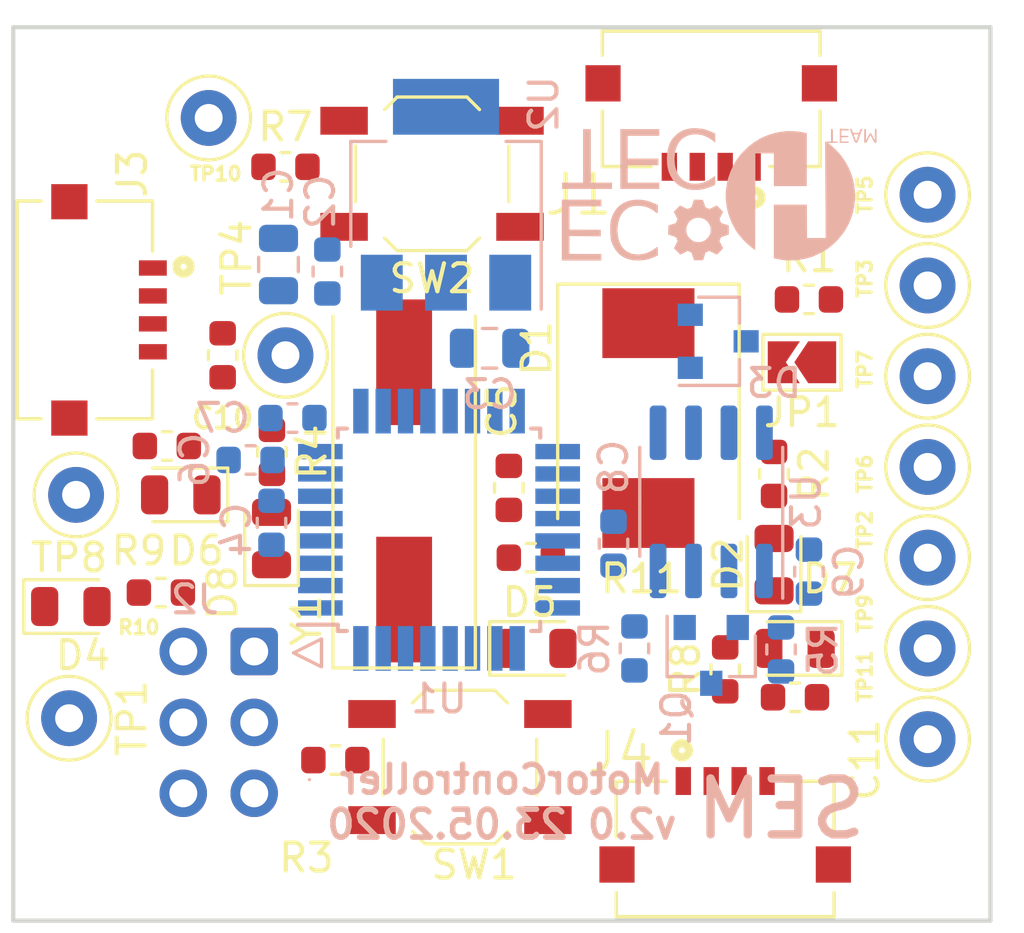
<source format=kicad_pcb>
(kicad_pcb (version 20171130) (host pcbnew 5.1.6-c6e7f7d~86~ubuntu18.04.1)

  (general
    (thickness 1.6)
    (drawings 6)
    (tracks 0)
    (zones 0)
    (modules 58)
    (nets 40)
  )

  (page A4)
  (layers
    (0 F.Cu signal)
    (31 B.Cu signal)
    (32 B.Adhes user hide)
    (33 F.Adhes user hide)
    (34 B.Paste user hide)
    (35 F.Paste user hide)
    (36 B.SilkS user)
    (37 F.SilkS user)
    (38 B.Mask user)
    (39 F.Mask user)
    (40 Dwgs.User user hide)
    (41 Cmts.User user hide)
    (42 Eco1.User user hide)
    (43 Eco2.User user hide)
    (44 Edge.Cuts user)
    (45 Margin user hide)
    (46 B.CrtYd user)
    (47 F.CrtYd user hide)
    (48 B.Fab user hide)
    (49 F.Fab user hide)
  )

  (setup
    (last_trace_width 0.2)
    (user_trace_width 0.25)
    (user_trace_width 0.3)
    (user_trace_width 0.5)
    (user_trace_width 1)
    (user_trace_width 2)
    (trace_clearance 0.2)
    (zone_clearance 0.2)
    (zone_45_only no)
    (trace_min 0.2)
    (via_size 0.7)
    (via_drill 0.3)
    (via_min_size 0.7)
    (via_min_drill 0.3)
    (uvia_size 0.3)
    (uvia_drill 0.1)
    (uvias_allowed no)
    (uvia_min_size 0.2)
    (uvia_min_drill 0.1)
    (edge_width 0.15)
    (segment_width 0.2)
    (pcb_text_width 0.3)
    (pcb_text_size 1.5 1.5)
    (mod_edge_width 0.15)
    (mod_text_size 0.5 0.5)
    (mod_text_width 0.1)
    (pad_size 2 3.8)
    (pad_drill 0)
    (pad_to_mask_clearance 0.1)
    (solder_mask_min_width 0.2)
    (aux_axis_origin 0 0)
    (visible_elements 7FFFFFFF)
    (pcbplotparams
      (layerselection 0x010e0_ffffffff)
      (usegerberextensions true)
      (usegerberattributes false)
      (usegerberadvancedattributes false)
      (creategerberjobfile false)
      (excludeedgelayer true)
      (linewidth 0.100000)
      (plotframeref false)
      (viasonmask false)
      (mode 1)
      (useauxorigin false)
      (hpglpennumber 1)
      (hpglpenspeed 20)
      (hpglpendiameter 15.000000)
      (psnegative false)
      (psa4output false)
      (plotreference true)
      (plotvalue true)
      (plotinvisibletext false)
      (padsonsilk false)
      (subtractmaskfromsilk false)
      (outputformat 1)
      (mirror false)
      (drillshape 0)
      (scaleselection 1)
      (outputdirectory ""))
  )

  (net 0 "")
  (net 1 GND)
  (net 2 +12V)
  (net 3 +5V)
  (net 4 "Net-(C6-Pad1)")
  (net 5 "Net-(C7-Pad1)")
  (net 6 "Net-(C8-Pad1)")
  (net 7 "Net-(D2-Pad2)")
  (net 8 /B)
  (net 9 /A)
  (net 10 "Net-(D4-Pad2)")
  (net 11 "Net-(D5-Pad2)")
  (net 12 "Net-(D6-Pad2)")
  (net 13 "Net-(D7-Pad2)")
  (net 14 /MOSI)
  (net 15 /RST)
  (net 16 /SCK)
  (net 17 /MISO)
  (net 18 /LBTN)
  (net 19 /LFR_ADC)
  (net 20 /PFR_ADC)
  (net 21 /PBTN)
  (net 22 "Net-(JP1-Pad1)")
  (net 23 /TX)
  (net 24 "Net-(Q1-Pad3)")
  (net 25 /LED_R)
  (net 26 /LED_G)
  (net 27 "Net-(U1-Pad1)")
  (net 28 "Net-(U1-Pad10)")
  (net 29 "Net-(U1-Pad12)")
  (net 30 "Net-(U1-Pad13)")
  (net 31 "Net-(U1-Pad14)")
  (net 32 "Net-(U1-Pad19)")
  (net 33 "Net-(U1-Pad22)")
  (net 34 "Net-(U1-Pad27)")
  (net 35 "Net-(U1-Pad28)")
  (net 36 /RX)
  (net 37 "Net-(U1-Pad32)")
  (net 38 "Net-(D8-Pad2)")
  (net 39 "Net-(R7-Pad2)")

  (net_class Default "This is the default net class."
    (clearance 0.2)
    (trace_width 0.2)
    (via_dia 0.7)
    (via_drill 0.3)
    (uvia_dia 0.3)
    (uvia_drill 0.1)
    (add_net +12V)
    (add_net +5V)
    (add_net /A)
    (add_net /B)
    (add_net /LBTN)
    (add_net /LED_G)
    (add_net /LED_R)
    (add_net /LFR_ADC)
    (add_net /MISO)
    (add_net /MOSI)
    (add_net /PBTN)
    (add_net /PFR_ADC)
    (add_net /RST)
    (add_net /RX)
    (add_net /SCK)
    (add_net /TX)
    (add_net GND)
    (add_net "Net-(C6-Pad1)")
    (add_net "Net-(C7-Pad1)")
    (add_net "Net-(C8-Pad1)")
    (add_net "Net-(D2-Pad2)")
    (add_net "Net-(D4-Pad2)")
    (add_net "Net-(D5-Pad2)")
    (add_net "Net-(D6-Pad2)")
    (add_net "Net-(D7-Pad2)")
    (add_net "Net-(D8-Pad2)")
    (add_net "Net-(JP1-Pad1)")
    (add_net "Net-(Q1-Pad3)")
    (add_net "Net-(R7-Pad2)")
    (add_net "Net-(U1-Pad1)")
    (add_net "Net-(U1-Pad10)")
    (add_net "Net-(U1-Pad12)")
    (add_net "Net-(U1-Pad13)")
    (add_net "Net-(U1-Pad14)")
    (add_net "Net-(U1-Pad19)")
    (add_net "Net-(U1-Pad22)")
    (add_net "Net-(U1-Pad27)")
    (add_net "Net-(U1-Pad28)")
    (add_net "Net-(U1-Pad32)")
  )

  (net_class Power ""
    (clearance 0.2)
    (trace_width 2)
    (via_dia 0.7)
    (via_drill 0.3)
    (uvia_dia 0.3)
    (uvia_drill 0.1)
  )

  (net_class Wide ""
    (clearance 0.2)
    (trace_width 0.5)
    (via_dia 0.7)
    (via_drill 0.3)
    (uvia_dia 0.3)
    (uvia_drill 0.1)
  )

  (module MountingHole:MountingHole_3.2mm_M3 (layer F.Cu) (tedit 56D1B4CB) (tstamp 5EC97F6B)
    (at 92 42.5)
    (descr "Mounting Hole 3.2mm, no annular, M3")
    (tags "mounting hole 3.2mm no annular m3")
    (path /5CC8BA42)
    (attr virtual)
    (fp_text reference H1 (at 0 -4.2) (layer F.SilkS) hide
      (effects (font (size 1 1) (thickness 0.15)))
    )
    (fp_text value MountingHole (at 0 4.2) (layer F.Fab)
      (effects (font (size 1 1) (thickness 0.15)))
    )
    (fp_circle (center 0 0) (end 3.2 0) (layer Cmts.User) (width 0.15))
    (fp_circle (center 0 0) (end 3.45 0) (layer F.CrtYd) (width 0.05))
    (fp_text user %R (at 0.3 0) (layer F.Fab)
      (effects (font (size 1 1) (thickness 0.15)))
    )
    (pad 1 np_thru_hole circle (at 0 0) (size 3.2 3.2) (drill 3.2) (layers *.Cu *.Mask))
  )

  (module Resistor_SMD:R_0603_1608Metric (layer F.Cu) (tedit 5B301BBD) (tstamp 5ECA61D1)
    (at 98.265 55.21 270)
    (descr "Resistor SMD 0603 (1608 Metric), square (rectangular) end terminal, IPC_7351 nominal, (Body size source: http://www.tortai-tech.com/upload/download/2011102023233369053.pdf), generated with kicad-footprint-generator")
    (tags resistor)
    (path /5EDDDAD4)
    (attr smd)
    (fp_text reference R4 (at 0 -1.43 90) (layer F.SilkS)
      (effects (font (size 1 1) (thickness 0.15)))
    )
    (fp_text value 1k (at 0 1.43 90) (layer F.Fab)
      (effects (font (size 1 1) (thickness 0.15)))
    )
    (fp_line (start -0.8 0.4) (end -0.8 -0.4) (layer F.Fab) (width 0.1))
    (fp_line (start -0.8 -0.4) (end 0.8 -0.4) (layer F.Fab) (width 0.1))
    (fp_line (start 0.8 -0.4) (end 0.8 0.4) (layer F.Fab) (width 0.1))
    (fp_line (start 0.8 0.4) (end -0.8 0.4) (layer F.Fab) (width 0.1))
    (fp_line (start -0.162779 -0.51) (end 0.162779 -0.51) (layer F.SilkS) (width 0.12))
    (fp_line (start -0.162779 0.51) (end 0.162779 0.51) (layer F.SilkS) (width 0.12))
    (fp_line (start -1.48 0.73) (end -1.48 -0.73) (layer F.CrtYd) (width 0.05))
    (fp_line (start -1.48 -0.73) (end 1.48 -0.73) (layer F.CrtYd) (width 0.05))
    (fp_line (start 1.48 -0.73) (end 1.48 0.73) (layer F.CrtYd) (width 0.05))
    (fp_line (start 1.48 0.73) (end -1.48 0.73) (layer F.CrtYd) (width 0.05))
    (fp_text user %R (at 0 0 90) (layer F.Fab)
      (effects (font (size 0.4 0.4) (thickness 0.06)))
    )
    (pad 2 smd roundrect (at 0.7875 0 270) (size 0.875 0.95) (layers F.Cu F.Paste F.Mask) (roundrect_rratio 0.25)
      (net 38 "Net-(D8-Pad2)"))
    (pad 1 smd roundrect (at -0.7875 0 270) (size 0.875 0.95) (layers F.Cu F.Paste F.Mask) (roundrect_rratio 0.25)
      (net 3 +5V))
    (model ${KISYS3DMOD}/Resistor_SMD.3dshapes/R_0603_1608Metric.wrl
      (at (xyz 0 0 0))
      (scale (xyz 1 1 1))
      (rotate (xyz 0 0 0))
    )
  )

  (module LED_SMD:LED_0805_2012Metric (layer F.Cu) (tedit 5B36C52C) (tstamp 5ECA5FB0)
    (at 98.25 58.3125 90)
    (descr "LED SMD 0805 (2012 Metric), square (rectangular) end terminal, IPC_7351 nominal, (Body size source: https://docs.google.com/spreadsheets/d/1BsfQQcO9C6DZCsRaXUlFlo91Tg2WpOkGARC1WS5S8t0/edit?usp=sharing), generated with kicad-footprint-generator")
    (tags diode)
    (path /5EDDDADA)
    (attr smd)
    (fp_text reference D8 (at -1.9375 -1.75 90) (layer F.SilkS)
      (effects (font (size 1 1) (thickness 0.15)))
    )
    (fp_text value GREEN (at 0 1.65 90) (layer F.Fab)
      (effects (font (size 1 1) (thickness 0.15)))
    )
    (fp_line (start 1 -0.6) (end -0.7 -0.6) (layer F.Fab) (width 0.1))
    (fp_line (start -0.7 -0.6) (end -1 -0.3) (layer F.Fab) (width 0.1))
    (fp_line (start -1 -0.3) (end -1 0.6) (layer F.Fab) (width 0.1))
    (fp_line (start -1 0.6) (end 1 0.6) (layer F.Fab) (width 0.1))
    (fp_line (start 1 0.6) (end 1 -0.6) (layer F.Fab) (width 0.1))
    (fp_line (start 1 -0.96) (end -1.685 -0.96) (layer F.SilkS) (width 0.12))
    (fp_line (start -1.685 -0.96) (end -1.685 0.96) (layer F.SilkS) (width 0.12))
    (fp_line (start -1.685 0.96) (end 1 0.96) (layer F.SilkS) (width 0.12))
    (fp_line (start -1.68 0.95) (end -1.68 -0.95) (layer F.CrtYd) (width 0.05))
    (fp_line (start -1.68 -0.95) (end 1.68 -0.95) (layer F.CrtYd) (width 0.05))
    (fp_line (start 1.68 -0.95) (end 1.68 0.95) (layer F.CrtYd) (width 0.05))
    (fp_line (start 1.68 0.95) (end -1.68 0.95) (layer F.CrtYd) (width 0.05))
    (fp_text user %R (at 0 0 90) (layer F.Fab)
      (effects (font (size 0.5 0.5) (thickness 0.08)))
    )
    (pad 2 smd roundrect (at 0.9375 0 90) (size 0.975 1.4) (layers F.Cu F.Paste F.Mask) (roundrect_rratio 0.25)
      (net 38 "Net-(D8-Pad2)"))
    (pad 1 smd roundrect (at -0.9375 0 90) (size 0.975 1.4) (layers F.Cu F.Paste F.Mask) (roundrect_rratio 0.25)
      (net 1 GND))
    (model ${KISYS3DMOD}/LED_SMD.3dshapes/LED_0805_2012Metric.wrl
      (at (xyz 0 0 0))
      (scale (xyz 1 1 1))
      (rotate (xyz 0 0 0))
    )
  )

  (module Footprints:AVR-ISP-6 (layer B.Cu) (tedit 5EC9153D) (tstamp 5ECA1614)
    (at 96.5 65.25 180)
    (path /5C6A8645)
    (fp_text reference J2 (at 1 4.75 180) (layer B.SilkS)
      (effects (font (size 1 1) (thickness 0.15)) (justify mirror))
    )
    (fp_text value AVR-ISP-10 (at 0.3 -4.35 180) (layer B.Fab)
      (effects (font (size 1 1) (thickness 0.15)) (justify mirror))
    )
    (fp_line (start -3.11 -1.7) (end -3.11 -1.7) (layer B.SilkS) (width 0.12))
    (fp_line (start -3.54 3.34) (end -3.54 2.34) (layer B.SilkS) (width 0.12))
    (fp_line (start -3.54 2.34) (end -2.54 2.84) (layer B.SilkS) (width 0.12))
    (fp_line (start -2.54 2.84) (end -3.54 3.34) (layer B.SilkS) (width 0.12))
    (fp_line (start -3.11 -1.7) (end -3.11 -1.7) (layer B.Fab) (width 0.1))
    (fp_text user %R (at 0.14 0.35 90) (layer B.Fab)
      (effects (font (size 1 1) (thickness 0.15)) (justify mirror))
    )
    (pad 3 thru_hole circle (at -1.13 0.35 180) (size 1.7 1.7) (drill 1) (layers *.Cu *.Mask)
      (net 16 /SCK))
    (pad 4 thru_hole circle (at 1.41 0.35 180) (size 1.7 1.7) (drill 1) (layers *.Cu *.Mask)
      (net 14 /MOSI))
    (pad 6 thru_hole circle (at 1.41 -2.19 180) (size 1.7 1.7) (drill 1) (layers *.Cu *.Mask)
      (net 1 GND))
    (pad 5 thru_hole circle (at -1.13 -2.19 180) (size 1.7 1.7) (drill 1) (layers *.Cu *.Mask)
      (net 15 /RST))
    (pad 2 thru_hole circle (at 1.41 2.89 180) (size 1.7 1.7) (drill 1) (layers *.Cu *.Mask)
      (net 3 +5V))
    (pad 1 thru_hole roundrect (at -1.13 2.89 180) (size 1.7 1.7) (drill 1) (layers *.Cu *.Mask) (roundrect_rratio 0.147059)
      (net 17 /MISO))
  )

  (module Footprints:EcoTech (layer B.Cu) (tedit 5CD44FA1) (tstamp 5CB37422)
    (at 114 45.75)
    (path /5CC8C718)
    (fp_text reference G1 (at 0 0 180) (layer B.Fab) hide
      (effects (font (size 0.5 0.5) (thickness 0.1)) (justify mirror))
    )
    (fp_text value EcoTechLogo (at 0.75 0 180) (layer B.CrtYd) hide
      (effects (font (size 1.524 1.524) (thickness 0.3)) (justify mirror))
    )
    (fp_poly (pts (xy -0.47301 0.071399) (xy -0.356518 0.060178) (xy -0.254438 0.040656) (xy -0.250506 0.039632)
      (xy -0.204751 0.026103) (xy -0.146644 0.006834) (xy -0.082118 -0.015966) (xy -0.017106 -0.040088)
      (xy 0.042458 -0.063322) (xy 0.090641 -0.083459) (xy 0.12151 -0.098289) (xy 0.124329 -0.099949)
      (xy 0.131537 -0.111973) (xy 0.135922 -0.139394) (xy 0.137725 -0.185368) (xy 0.137188 -0.253049)
      (xy 0.136933 -0.264753) (xy 0.13335 -0.419554) (xy 0.04445 -0.354161) (xy -0.066717 -0.282393)
      (xy -0.188173 -0.221376) (xy -0.309963 -0.175901) (xy -0.348107 -0.165228) (xy -0.438264 -0.148657)
      (xy -0.538848 -0.140579) (xy -0.640305 -0.141113) (xy -0.733083 -0.150379) (xy -0.779217 -0.159819)
      (xy -0.898403 -0.203039) (xy -1.004439 -0.267046) (xy -1.096515 -0.350425) (xy -1.173821 -0.451764)
      (xy -1.235547 -0.569647) (xy -1.280884 -0.70266) (xy -1.30902 -0.849391) (xy -1.319148 -1.008424)
      (xy -1.316864 -1.09855) (xy -1.298464 -1.26194) (xy -1.262465 -1.408788) (xy -1.209334 -1.538449)
      (xy -1.139536 -1.65028) (xy -1.053536 -1.74364) (xy -0.951799 -1.817884) (xy -0.834792 -1.872371)
      (xy -0.7366 -1.90003) (xy -0.647992 -1.911832) (xy -0.546208 -1.914048) (xy -0.441452 -1.907018)
      (xy -0.343928 -1.891083) (xy -0.32385 -1.886261) (xy -0.238055 -1.857444) (xy -0.143369 -1.814298)
      (xy -0.048176 -1.761121) (xy 0.039145 -1.702211) (xy 0.047625 -1.695784) (xy 0.1397 -1.625136)
      (xy 0.1397 -1.939339) (xy 0.053975 -1.978546) (xy -0.041232 -2.020423) (xy -0.123235 -2.052385)
      (xy -0.200633 -2.077543) (xy -0.272306 -2.09666) (xy -0.342638 -2.10987) (xy -0.428138 -2.119885)
      (xy -0.52061 -2.126294) (xy -0.611859 -2.128682) (xy -0.693692 -2.126637) (xy -0.751663 -2.120803)
      (xy -0.890587 -2.092111) (xy -1.010848 -2.05207) (xy -1.117596 -1.998158) (xy -1.215984 -1.927858)
      (xy -1.2954 -1.85484) (xy -1.378955 -1.762331) (xy -1.438579 -1.677767) (xy -1.450131 -1.657132)
      (xy -1.506231 -1.527402) (xy -1.547623 -1.381774) (xy -1.574024 -1.225256) (xy -1.58515 -1.062856)
      (xy -1.580717 -0.899582) (xy -1.560443 -0.740444) (xy -1.524043 -0.59045) (xy -1.512507 -0.555303)
      (xy -1.450162 -0.412269) (xy -1.368602 -0.285378) (xy -1.269065 -0.175713) (xy -1.152787 -0.084354)
      (xy -1.021005 -0.01238) (xy -0.874954 0.039127) (xy -0.816241 0.053053) (xy -0.712143 0.068056)
      (xy -0.594643 0.074098) (xy -0.47301 0.071399)) (layer B.SilkS) (width 0.01))
    (fp_poly (pts (xy 2.94405 2.596393) (xy 3.165489 2.575696) (xy 3.382817 2.535307) (xy 3.591298 2.475458)
      (xy 3.593101 2.474838) (xy 3.681617 2.440697) (xy 3.782635 2.395731) (xy 3.889009 2.343606)
      (xy 3.993596 2.287991) (xy 4.089248 2.232552) (xy 4.168823 2.180959) (xy 4.177283 2.174963)
      (xy 4.328831 2.05518) (xy 4.475568 1.917967) (xy 4.611912 1.769244) (xy 4.732277 1.61493)
      (xy 4.797299 1.51765) (xy 4.913995 1.307156) (xy 5.007167 1.089099) (xy 5.076924 0.865223)
      (xy 5.123376 0.637269) (xy 5.146635 0.40698) (xy 5.14681 0.176097) (xy 5.124011 -0.053637)
      (xy 5.078349 -0.28048) (xy 5.009933 -0.502691) (xy 4.918874 -0.718527) (xy 4.805282 -0.926246)
      (xy 4.669267 -1.124106) (xy 4.626821 -1.177945) (xy 4.553951 -1.26231) (xy 4.472044 -1.348144)
      (xy 4.387282 -1.429453) (xy 4.305845 -1.500245) (xy 4.250026 -1.543292) (xy 4.214569 -1.569951)
      (xy 4.189047 -1.591491) (xy 4.178915 -1.603303) (xy 4.178909 -1.603375) (xy 4.190617 -1.606816)
      (xy 4.223174 -1.609703) (xy 4.272028 -1.61179) (xy 4.332632 -1.612829) (xy 4.353983 -1.6129)
      (xy 4.425207 -1.613287) (xy 4.474697 -1.614716) (xy 4.506111 -1.617581) (xy 4.523108 -1.62228)
      (xy 4.529345 -1.629209) (xy 4.529666 -1.63195) (xy 4.524336 -1.642423) (xy 4.505215 -1.648354)
      (xy 4.467603 -1.650777) (xy 4.443176 -1.651) (xy 4.356686 -1.651) (xy 4.353218 -1.876261)
      (xy 4.351667 -1.958406) (xy 4.349695 -2.018494) (xy 4.346963 -2.059867) (xy 4.343134 -2.08587)
      (xy 4.337869 -2.099844) (xy 4.330831 -2.105132) (xy 4.33008 -2.1053) (xy 4.307502 -2.103725)
      (xy 4.301505 -2.100172) (xy 4.298597 -2.085139) (xy 4.296087 -2.049014) (xy 4.294142 -1.996103)
      (xy 4.292929 -1.930715) (xy 4.2926 -1.871133) (xy 4.2926 -1.651) (xy 4.0852 -1.651)
      (xy 4.093514 0.0762) (xy 4.101828 1.803401) (xy 3.765414 1.8034) (xy 3.429 1.8034)
      (xy 3.426037 1.292225) (xy 3.425375 1.176883) (xy 3.424755 1.06629) (xy 3.424192 0.963761)
      (xy 3.423706 0.872608) (xy 3.423312 0.796145) (xy 3.42303 0.737684) (xy 3.422877 0.700538)
      (xy 3.422862 0.695304) (xy 3.42265 0.609557) (xy 2.835275 0.609579) (xy 2.2479 0.6096)
      (xy 2.2479 2.524285) (xy 2.302424 2.538014) (xy 2.507781 2.577784) (xy 2.723235 2.597167)
      (xy 2.94405 2.596393)) (layer B.SilkS) (width 0.01))
    (fp_poly (pts (xy 4.836097 -1.613349) (xy 4.881776 -1.615004) (xy 4.909706 -1.618322) (xy 4.923707 -1.623761)
      (xy 4.927599 -1.631781) (xy 4.9276 -1.63195) (xy 4.923511 -1.640649) (xy 4.908513 -1.646308)
      (xy 4.878505 -1.649513) (xy 4.829386 -1.650849) (xy 4.79425 -1.651) (xy 4.6609 -1.651)
      (xy 4.6609 -1.8161) (xy 4.7879 -1.8161) (xy 4.847122 -1.816729) (xy 4.885144 -1.819035)
      (xy 4.906144 -1.823645) (xy 4.914298 -1.831185) (xy 4.9149 -1.83515) (xy 4.910703 -1.844033)
      (xy 4.895327 -1.849736) (xy 4.864595 -1.852886) (xy 4.814329 -1.854109) (xy 4.7879 -1.8542)
      (xy 4.6609 -1.8542) (xy 4.6609 -2.0574) (xy 4.795181 -2.0574) (xy 4.855003 -2.057778)
      (xy 4.893679 -2.059396) (xy 4.915459 -2.062981) (xy 4.924591 -2.06926) (xy 4.925324 -2.078957)
      (xy 4.925201 -2.079625) (xy 4.920631 -2.0891) (xy 4.908408 -2.095698) (xy 4.884353 -2.100092)
      (xy 4.844288 -2.102958) (xy 4.784036 -2.104971) (xy 4.76552 -2.105415) (xy 4.6101 -2.108981)
      (xy 4.6101 -1.6129) (xy 4.76885 -1.6129) (xy 4.836097 -1.613349)) (layer B.SilkS) (width 0.01))
    (fp_poly (pts (xy 5.31517 -1.849673) (xy 5.342455 -1.922831) (xy 5.366765 -1.987916) (xy 5.386688 -2.041155)
      (xy 5.400812 -2.078776) (xy 5.407726 -2.097007) (xy 5.408083 -2.097907) (xy 5.400792 -2.105747)
      (xy 5.382604 -2.1082) (xy 5.364205 -2.10414) (xy 5.349455 -2.088409) (xy 5.334268 -2.055674)
      (xy 5.326633 -2.035175) (xy 5.300375 -1.96215) (xy 5.07642 -1.96215) (xy 5.050347 -2.035175)
      (xy 5.031505 -2.080254) (xy 5.014346 -2.103373) (xy 5.001337 -2.1082) (xy 4.982464 -2.100989)
      (xy 4.979106 -2.092325) (xy 4.983609 -2.075934) (xy 4.995723 -2.039761) (xy 5.014049 -1.987772)
      (xy 5.037188 -1.923934) (xy 5.043573 -1.906684) (xy 5.096783 -1.906684) (xy 5.104731 -1.913349)
      (xy 5.127308 -1.916621) (xy 5.169133 -1.917654) (xy 5.18795 -1.9177) (xy 5.237144 -1.917153)
      (xy 5.265569 -1.914744) (xy 5.277845 -1.909322) (xy 5.278592 -1.899734) (xy 5.277102 -1.895475)
      (xy 5.268886 -1.873825) (xy 5.254595 -1.835297) (xy 5.236817 -1.786887) (xy 5.229849 -1.767802)
      (xy 5.212383 -1.721517) (xy 5.198057 -1.686572) (xy 5.189024 -1.668089) (xy 5.187235 -1.66653)
      (xy 5.181207 -1.679536) (xy 5.168739 -1.710609) (xy 5.152129 -1.753964) (xy 5.145386 -1.771978)
      (xy 5.126966 -1.82131) (xy 5.111133 -1.863387) (xy 5.100593 -1.891022) (xy 5.098847 -1.895475)
      (xy 5.096783 -1.906684) (xy 5.043573 -1.906684) (xy 5.063739 -1.852212) (xy 5.065371 -1.84785)
      (xy 5.095106 -1.76878) (xy 5.117733 -1.710347) (xy 5.134945 -1.66936) (xy 5.148436 -1.64263)
      (xy 5.159898 -1.626966) (xy 5.171024 -1.619179) (xy 5.18351 -1.616078) (xy 5.188711 -1.61549)
      (xy 5.226491 -1.611731) (xy 5.31517 -1.849673)) (layer B.SilkS) (width 0.01))
    (fp_poly (pts (xy 5.53758 -1.614697) (xy 5.551509 -1.622594) (xy 5.566374 -1.640346) (xy 5.584983 -1.671711)
      (xy 5.610139 -1.720444) (xy 5.6261 -1.7526) (xy 5.653055 -1.8061) (xy 5.676301 -1.850133)
      (xy 5.693447 -1.880313) (xy 5.702102 -1.892258) (xy 5.7023 -1.8923) (xy 5.710369 -1.881589)
      (xy 5.727073 -1.85238) (xy 5.75002 -1.809055) (xy 5.77682 -1.755999) (xy 5.7785 -1.7526)
      (xy 5.807995 -1.693743) (xy 5.829536 -1.654138) (xy 5.845928 -1.630029) (xy 5.859976 -1.617659)
      (xy 5.874485 -1.613273) (xy 5.882814 -1.6129) (xy 5.9182 -1.6129) (xy 5.9182 -1.86055)
      (xy 5.91809 -1.945614) (xy 5.917539 -2.008592) (xy 5.91621 -2.052795) (xy 5.913767 -2.081535)
      (xy 5.909875 -2.098127) (xy 5.904198 -2.105881) (xy 5.8964 -2.108111) (xy 5.893099 -2.1082)
      (xy 5.883976 -2.106937) (xy 5.877288 -2.100801) (xy 5.872576 -2.086272) (xy 5.869379 -2.059828)
      (xy 5.867237 -2.017948) (xy 5.865688 -1.957112) (xy 5.864524 -1.889732) (xy 5.86105 -1.671264)
      (xy 5.788506 -1.819882) (xy 5.760495 -1.875321) (xy 5.735423 -1.921367) (xy 5.715757 -1.953735)
      (xy 5.703964 -1.968144) (xy 5.702884 -1.9685) (xy 5.692602 -1.957788) (xy 5.673703 -1.928472)
      (xy 5.648702 -1.884779) (xy 5.620112 -1.830935) (xy 5.614161 -1.819275) (xy 5.538517 -1.67005)
      (xy 5.537858 -1.889125) (xy 5.537488 -1.96845) (xy 5.536649 -2.025897) (xy 5.534922 -2.064986)
      (xy 5.531887 -2.089239) (xy 5.527127 -2.102177) (xy 5.520222 -2.107322) (xy 5.5118 -2.1082)
      (xy 5.503076 -2.107181) (xy 5.496619 -2.101916) (xy 5.492086 -2.089091) (xy 5.489139 -2.06539)
      (xy 5.487437 -2.0275) (xy 5.486641 -1.972106) (xy 5.48641 -1.895895) (xy 5.4864 -1.86055)
      (xy 5.4864 -1.6129) (xy 5.521785 -1.6129) (xy 5.53758 -1.614697)) (layer B.SilkS) (width 0.01))
    (fp_poly (pts (xy -3.556 -0.1778) (xy -4.318 -0.1778) (xy -4.318 -2.0955) (xy -4.5847 -2.0955)
      (xy -4.5847 -0.1778) (xy -5.34035 -0.1778) (xy -5.34035 0.0381) (xy -3.556 0.0381)
      (xy -3.556 -0.1778)) (layer B.SilkS) (width 0.01))
    (fp_poly (pts (xy -1.8669 -0.1778) (xy -2.9972 -0.1778) (xy -2.9972 -0.8128) (xy -1.8923 -0.8128)
      (xy -1.8923 -1.0414) (xy -2.9972 -1.0414) (xy -2.9972 -1.8669) (xy -1.8669 -1.8669)
      (xy -1.8669 -2.0955) (xy -3.2512 -2.0955) (xy -3.2512 0.0381) (xy -1.8669 0.0381)
      (xy -1.8669 -0.1778)) (layer B.SilkS) (width 0.01))
    (fp_poly (pts (xy 1.57167 0.497283) (xy 1.57489 -1.2319) (xy 2.2479 -1.2319) (xy 2.2479 -0.0635)
      (xy 3.4163 -0.0635) (xy 3.4163 -1.953764) (xy 3.330575 -1.972983) (xy 3.199054 -1.997051)
      (xy 3.054127 -2.014274) (xy 2.905323 -2.024001) (xy 2.762171 -2.025581) (xy 2.64795 -2.019669)
      (xy 2.402608 -1.985531) (xy 2.167144 -1.92807) (xy 1.942073 -1.847533) (xy 1.727907 -1.744165)
      (xy 1.52516 -1.61821) (xy 1.334345 -1.469915) (xy 1.1684 -1.312535) (xy 1.037635 -1.16611)
      (xy 0.925647 -1.016863) (xy 0.826425 -0.856422) (xy 0.782458 -0.7747) (xy 0.682015 -0.553198)
      (xy 0.605996 -0.326519) (xy 0.554311 -0.096135) (xy 0.52687 0.136482) (xy 0.523582 0.369859)
      (xy 0.544358 0.602523) (xy 0.589108 0.833002) (xy 0.657742 1.059823) (xy 0.750169 1.281514)
      (xy 0.866299 1.496601) (xy 0.927168 1.592192) (xy 0.997617 1.688282) (xy 1.084067 1.791488)
      (xy 1.180777 1.895795) (xy 1.282007 1.995188) (xy 1.382014 2.083652) (xy 1.440768 2.130284)
      (xy 1.56845 2.226465) (xy 1.57167 0.497283)) (layer B.SilkS) (width 0.01))
    (fp_poly (pts (xy -3.937 2.3749) (xy -4.506384 2.3749) (xy -4.62413 2.374787) (xy -4.733885 2.374461)
      (xy -4.83308 2.373946) (xy -4.919141 2.373266) (xy -4.9895 2.372446) (xy -5.041585 2.371507)
      (xy -5.072825 2.370474) (xy -5.081059 2.369628) (xy -5.082367 2.35601) (xy -5.083275 2.320463)
      (xy -5.083766 2.266453) (xy -5.08382 2.197449) (xy -5.08342 2.116917) (xy -5.082749 2.045395)
      (xy -5.079147 1.726434) (xy -4.520769 1.729992) (xy -3.96239 1.73355) (xy -3.962395 1.622558)
      (xy -3.9624 1.511565) (xy -4.521565 1.508258) (xy -5.08073 1.50495) (xy -5.08073 0.66675)
      (xy -3.937 0.660142) (xy -3.937 0.4318) (xy -5.3467 0.4318) (xy -5.3467 2.6035)
      (xy -3.937 2.6035) (xy -3.937 2.3749)) (layer B.SilkS) (width 0.01))
    (fp_poly (pts (xy -2.495266 2.598529) (xy -2.372491 2.582779) (xy -2.251918 2.554273) (xy -2.125732 2.511307)
      (xy -2.035175 2.474026) (xy -1.9177 2.422935) (xy -1.9177 2.271918) (xy -1.918232 2.213371)
      (xy -1.919679 2.1654) (xy -1.921822 2.132933) (xy -1.92444 2.120901) (xy -1.924458 2.1209)
      (xy -1.937104 2.12773) (xy -1.965586 2.146093) (xy -2.005043 2.172797) (xy -2.031441 2.19113)
      (xy -2.165967 2.274884) (xy -2.298464 2.335251) (xy -2.432824 2.373544) (xy -2.572943 2.391076)
      (xy -2.6289 2.392568) (xy -2.768405 2.382279) (xy -2.893909 2.350831) (xy -3.005685 2.298076)
      (xy -3.104006 2.223864) (xy -3.189147 2.128046) (xy -3.231857 2.06375) (xy -3.284518 1.955287)
      (xy -3.324284 1.82977) (xy -3.3502 1.692563) (xy -3.361311 1.549031) (xy -3.356662 1.404537)
      (xy -3.353948 1.377686) (xy -3.327758 1.221616) (xy -3.286173 1.085026) (xy -3.228563 0.966728)
      (xy -3.154297 0.865537) (xy -3.062746 0.780263) (xy -3.020955 0.750219) (xy -2.944262 0.705043)
      (xy -2.867589 0.673782) (xy -2.78414 0.654635) (xy -2.687119 0.645803) (xy -2.62255 0.644696)
      (xy -2.481621 0.652443) (xy -2.355452 0.676245) (xy -2.23795 0.718175) (xy -2.123024 0.780302)
      (xy -2.027487 0.846966) (xy -1.981845 0.881559) (xy -1.950982 0.901843) (xy -1.932016 0.90577)
      (xy -1.922064 0.891288) (xy -1.918242 0.856347) (xy -1.917667 0.798897) (xy -1.9177 0.768883)
      (xy -1.9177 0.620648) (xy -2.011829 0.577158) (xy -2.102931 0.538399) (xy -2.200199 0.502726)
      (xy -2.295419 0.472839) (xy -2.380374 0.451439) (xy -2.413 0.445308) (xy -2.48053 0.437914)
      (xy -2.563254 0.434101) (xy -2.652806 0.433768) (xy -2.740819 0.436814) (xy -2.818926 0.44314)
      (xy -2.8702 0.4508) (xy -3.020367 0.492883) (xy -3.155645 0.555379) (xy -3.275414 0.637686)
      (xy -3.379054 0.739203) (xy -3.465944 0.859328) (xy -3.535463 0.99746) (xy -3.584369 1.143)
      (xy -3.594402 1.183237) (xy -3.601823 1.221193) (xy -3.607015 1.261756) (xy -3.61036 1.309816)
      (xy -3.612239 1.370259) (xy -3.613034 1.447975) (xy -3.61315 1.5113) (xy -3.611918 1.628284)
      (xy -3.607533 1.725246) (xy -3.598967 1.807477) (xy -3.585191 1.880267) (xy -3.565176 1.948907)
      (xy -3.537893 2.018686) (xy -3.502312 2.094895) (xy -3.497886 2.103819) (xy -3.419716 2.234375)
      (xy -3.325112 2.345734) (xy -3.214638 2.437571) (xy -3.088858 2.509563) (xy -2.948335 2.561386)
      (xy -2.793636 2.592716) (xy -2.628058 2.603226) (xy -2.495266 2.598529)) (layer B.SilkS) (width 0.01))
    (fp_poly (pts (xy -0.590048 2.592742) (xy -0.554619 2.591732) (xy -0.504353 2.59105) (xy -0.444673 2.5908)
      (xy -0.292446 2.5908) (xy -0.250998 2.455351) (xy -0.20955 2.319901) (xy -0.139803 2.289052)
      (xy -0.070056 2.258204) (xy 0.066635 2.325647) (xy 0.203326 2.393091) (xy 0.28677 2.310971)
      (xy 0.327286 2.270008) (xy 0.363494 2.231464) (xy 0.389494 2.20169) (xy 0.395504 2.193951)
      (xy 0.420793 2.159051) (xy 0.354849 2.032951) (xy 0.288904 1.906851) (xy 0.318108 1.83639)
      (xy 0.347313 1.76593) (xy 0.484806 1.720115) (xy 0.6223 1.6743) (xy 0.6223 1.351005)
      (xy 0.348626 1.268073) (xy 0.320814 1.191707) (xy 0.293001 1.115342) (xy 0.35716 0.987491)
      (xy 0.421318 0.859641) (xy 0.19685 0.635725) (xy 0.068583 0.701302) (xy -0.059684 0.766878)
      (xy -0.134579 0.734534) (xy -0.209474 0.702189) (xy -0.255628 0.57017) (xy -0.301783 0.43815)
      (xy -0.617363 0.431078) (xy -0.661107 0.566952) (xy -0.70485 0.702826) (xy -0.779254 0.734623)
      (xy -0.853657 0.76642) (xy -0.983733 0.701729) (xy -1.113808 0.637038) (xy -1.224707 0.748453)
      (xy -1.335605 0.859868) (xy -1.205639 1.118856) (xy -1.234645 1.194139) (xy -1.26365 1.269422)
      (xy -1.53035 1.353262) (xy -1.533896 1.513658) (xy -1.533964 1.516735) (xy -0.897279 1.516735)
      (xy -0.889944 1.424529) (xy -0.865647 1.341215) (xy -0.86218 1.3335) (xy -0.81789 1.254393)
      (xy -0.765064 1.192539) (xy -0.711346 1.149451) (xy -0.617643 1.099123) (xy -0.518343 1.072887)
      (xy -0.41646 1.07097) (xy -0.31501 1.093598) (xy -0.2621 1.115792) (xy -0.174068 1.171941)
      (xy -0.103769 1.245594) (xy -0.052517 1.331976) (xy -0.034794 1.374484) (xy -0.024552 1.414449)
      (xy -0.019937 1.461823) (xy -0.01905 1.511568) (xy -0.020163 1.568947) (xy -0.024987 1.611283)
      (xy -0.035757 1.648888) (xy -0.054703 1.692076) (xy -0.060859 1.704709) (xy -0.114754 1.790426)
      (xy -0.184747 1.858875) (xy -0.274274 1.913379) (xy -0.2794 1.915833) (xy -0.321227 1.933373)
      (xy -0.360934 1.943501) (xy -0.408378 1.948048) (xy -0.4572 1.948901) (xy -0.517722 1.947419)
      (xy -0.563031 1.941719) (xy -0.603211 1.92992) (xy -0.637496 1.915264) (xy -0.719513 1.864611)
      (xy -0.792348 1.795701) (xy -0.848946 1.715592) (xy -0.861164 1.691596) (xy -0.887677 1.608776)
      (xy -0.897279 1.516735) (xy -1.533964 1.516735) (xy -1.537442 1.674053) (xy -1.398584 1.720323)
      (xy -1.259726 1.766592) (xy -1.202274 1.908146) (xy -1.266868 2.038027) (xy -1.331463 2.167908)
      (xy -1.218048 2.280798) (xy -1.104633 2.393687) (xy -0.974592 2.325565) (xy -0.84455 2.257443)
      (xy -0.775601 2.288096) (xy -0.706651 2.31875) (xy -0.660234 2.45795) (xy -0.64132 2.512366)
      (xy -0.624596 2.556248) (xy -0.611931 2.584964) (xy -0.605359 2.593975) (xy -0.590048 2.592742)) (layer B.SilkS) (width 0.01))
  )

  (module Capacitor_SMD:C_0805_2012Metric (layer B.Cu) (tedit 5B36C52B) (tstamp 5EC97E2D)
    (at 98.5 48.5 270)
    (descr "Capacitor SMD 0805 (2012 Metric), square (rectangular) end terminal, IPC_7351 nominal, (Body size source: https://docs.google.com/spreadsheets/d/1BsfQQcO9C6DZCsRaXUlFlo91Tg2WpOkGARC1WS5S8t0/edit?usp=sharing), generated with kicad-footprint-generator")
    (tags capacitor)
    (path /5CB1EE06)
    (attr smd)
    (fp_text reference C1 (at -2.5 0 90) (layer B.SilkS)
      (effects (font (size 1 1) (thickness 0.15)) (justify mirror))
    )
    (fp_text value 10u (at 0 -1.65 90) (layer B.Fab)
      (effects (font (size 1 1) (thickness 0.15)) (justify mirror))
    )
    (fp_line (start -1 -0.6) (end -1 0.6) (layer B.Fab) (width 0.1))
    (fp_line (start -1 0.6) (end 1 0.6) (layer B.Fab) (width 0.1))
    (fp_line (start 1 0.6) (end 1 -0.6) (layer B.Fab) (width 0.1))
    (fp_line (start 1 -0.6) (end -1 -0.6) (layer B.Fab) (width 0.1))
    (fp_line (start -0.258578 0.71) (end 0.258578 0.71) (layer B.SilkS) (width 0.12))
    (fp_line (start -0.258578 -0.71) (end 0.258578 -0.71) (layer B.SilkS) (width 0.12))
    (fp_line (start -1.68 -0.95) (end -1.68 0.95) (layer B.CrtYd) (width 0.05))
    (fp_line (start -1.68 0.95) (end 1.68 0.95) (layer B.CrtYd) (width 0.05))
    (fp_line (start 1.68 0.95) (end 1.68 -0.95) (layer B.CrtYd) (width 0.05))
    (fp_line (start 1.68 -0.95) (end -1.68 -0.95) (layer B.CrtYd) (width 0.05))
    (fp_text user %R (at 0 0 90) (layer B.Fab)
      (effects (font (size 0.5 0.5) (thickness 0.08)) (justify mirror))
    )
    (pad 2 smd roundrect (at 0.9375 0 270) (size 0.975 1.4) (layers B.Cu B.Paste B.Mask) (roundrect_rratio 0.25)
      (net 1 GND))
    (pad 1 smd roundrect (at -0.9375 0 270) (size 0.975 1.4) (layers B.Cu B.Paste B.Mask) (roundrect_rratio 0.25)
      (net 2 +12V))
    (model ${KISYS3DMOD}/Capacitor_SMD.3dshapes/C_0805_2012Metric.wrl
      (at (xyz 0 0 0))
      (scale (xyz 1 1 1))
      (rotate (xyz 0 0 0))
    )
  )

  (module Capacitor_SMD:C_0603_1608Metric (layer B.Cu) (tedit 5B301BBE) (tstamp 5EC97E3E)
    (at 100.25 48.75 270)
    (descr "Capacitor SMD 0603 (1608 Metric), square (rectangular) end terminal, IPC_7351 nominal, (Body size source: http://www.tortai-tech.com/upload/download/2011102023233369053.pdf), generated with kicad-footprint-generator")
    (tags capacitor)
    (path /5CB1E925)
    (attr smd)
    (fp_text reference C2 (at -2.5 0.25 90) (layer B.SilkS)
      (effects (font (size 1 1) (thickness 0.15)) (justify mirror))
    )
    (fp_text value 100n (at 0 -1.43 90) (layer B.Fab)
      (effects (font (size 1 1) (thickness 0.15)) (justify mirror))
    )
    (fp_line (start -0.8 -0.4) (end -0.8 0.4) (layer B.Fab) (width 0.1))
    (fp_line (start -0.8 0.4) (end 0.8 0.4) (layer B.Fab) (width 0.1))
    (fp_line (start 0.8 0.4) (end 0.8 -0.4) (layer B.Fab) (width 0.1))
    (fp_line (start 0.8 -0.4) (end -0.8 -0.4) (layer B.Fab) (width 0.1))
    (fp_line (start -0.162779 0.51) (end 0.162779 0.51) (layer B.SilkS) (width 0.12))
    (fp_line (start -0.162779 -0.51) (end 0.162779 -0.51) (layer B.SilkS) (width 0.12))
    (fp_line (start -1.48 -0.73) (end -1.48 0.73) (layer B.CrtYd) (width 0.05))
    (fp_line (start -1.48 0.73) (end 1.48 0.73) (layer B.CrtYd) (width 0.05))
    (fp_line (start 1.48 0.73) (end 1.48 -0.73) (layer B.CrtYd) (width 0.05))
    (fp_line (start 1.48 -0.73) (end -1.48 -0.73) (layer B.CrtYd) (width 0.05))
    (fp_text user %R (at 0 0 90) (layer B.Fab)
      (effects (font (size 0.4 0.4) (thickness 0.06)) (justify mirror))
    )
    (pad 2 smd roundrect (at 0.7875 0 270) (size 0.875 0.95) (layers B.Cu B.Paste B.Mask) (roundrect_rratio 0.25)
      (net 1 GND))
    (pad 1 smd roundrect (at -0.7875 0 270) (size 0.875 0.95) (layers B.Cu B.Paste B.Mask) (roundrect_rratio 0.25)
      (net 2 +12V))
    (model ${KISYS3DMOD}/Capacitor_SMD.3dshapes/C_0603_1608Metric.wrl
      (at (xyz 0 0 0))
      (scale (xyz 1 1 1))
      (rotate (xyz 0 0 0))
    )
  )

  (module Capacitor_SMD:C_0805_2012Metric (layer B.Cu) (tedit 5B36C52B) (tstamp 5EC97E4F)
    (at 106.0625 51.5)
    (descr "Capacitor SMD 0805 (2012 Metric), square (rectangular) end terminal, IPC_7351 nominal, (Body size source: https://docs.google.com/spreadsheets/d/1BsfQQcO9C6DZCsRaXUlFlo91Tg2WpOkGARC1WS5S8t0/edit?usp=sharing), generated with kicad-footprint-generator")
    (tags capacitor)
    (path /5CB1F2DB)
    (attr smd)
    (fp_text reference C3 (at 0 1.65 180) (layer B.SilkS)
      (effects (font (size 1 1) (thickness 0.15)) (justify mirror))
    )
    (fp_text value 10u (at 0 -1.65 180) (layer B.Fab)
      (effects (font (size 1 1) (thickness 0.15)) (justify mirror))
    )
    (fp_line (start 1.68 -0.95) (end -1.68 -0.95) (layer B.CrtYd) (width 0.05))
    (fp_line (start 1.68 0.95) (end 1.68 -0.95) (layer B.CrtYd) (width 0.05))
    (fp_line (start -1.68 0.95) (end 1.68 0.95) (layer B.CrtYd) (width 0.05))
    (fp_line (start -1.68 -0.95) (end -1.68 0.95) (layer B.CrtYd) (width 0.05))
    (fp_line (start -0.258578 -0.71) (end 0.258578 -0.71) (layer B.SilkS) (width 0.12))
    (fp_line (start -0.258578 0.71) (end 0.258578 0.71) (layer B.SilkS) (width 0.12))
    (fp_line (start 1 -0.6) (end -1 -0.6) (layer B.Fab) (width 0.1))
    (fp_line (start 1 0.6) (end 1 -0.6) (layer B.Fab) (width 0.1))
    (fp_line (start -1 0.6) (end 1 0.6) (layer B.Fab) (width 0.1))
    (fp_line (start -1 -0.6) (end -1 0.6) (layer B.Fab) (width 0.1))
    (fp_text user %R (at 0 0 180) (layer B.Fab)
      (effects (font (size 0.5 0.5) (thickness 0.08)) (justify mirror))
    )
    (pad 1 smd roundrect (at -0.9375 0) (size 0.975 1.4) (layers B.Cu B.Paste B.Mask) (roundrect_rratio 0.25)
      (net 3 +5V))
    (pad 2 smd roundrect (at 0.9375 0) (size 0.975 1.4) (layers B.Cu B.Paste B.Mask) (roundrect_rratio 0.25)
      (net 1 GND))
    (model ${KISYS3DMOD}/Capacitor_SMD.3dshapes/C_0805_2012Metric.wrl
      (at (xyz 0 0 0))
      (scale (xyz 1 1 1))
      (rotate (xyz 0 0 0))
    )
  )

  (module Capacitor_SMD:C_0603_1608Metric (layer B.Cu) (tedit 5B301BBE) (tstamp 5EC97E60)
    (at 98.25 57.75 270)
    (descr "Capacitor SMD 0603 (1608 Metric), square (rectangular) end terminal, IPC_7351 nominal, (Body size source: http://www.tortai-tech.com/upload/download/2011102023233369053.pdf), generated with kicad-footprint-generator")
    (tags capacitor)
    (path /5CB0E378)
    (attr smd)
    (fp_text reference C4 (at 0.25 1.25 270) (layer B.SilkS)
      (effects (font (size 1 1) (thickness 0.15)) (justify mirror))
    )
    (fp_text value 100n (at 0 -1.43 270) (layer B.Fab)
      (effects (font (size 1 1) (thickness 0.15)) (justify mirror))
    )
    (fp_line (start 1.48 -0.73) (end -1.48 -0.73) (layer B.CrtYd) (width 0.05))
    (fp_line (start 1.48 0.73) (end 1.48 -0.73) (layer B.CrtYd) (width 0.05))
    (fp_line (start -1.48 0.73) (end 1.48 0.73) (layer B.CrtYd) (width 0.05))
    (fp_line (start -1.48 -0.73) (end -1.48 0.73) (layer B.CrtYd) (width 0.05))
    (fp_line (start -0.162779 -0.51) (end 0.162779 -0.51) (layer B.SilkS) (width 0.12))
    (fp_line (start -0.162779 0.51) (end 0.162779 0.51) (layer B.SilkS) (width 0.12))
    (fp_line (start 0.8 -0.4) (end -0.8 -0.4) (layer B.Fab) (width 0.1))
    (fp_line (start 0.8 0.4) (end 0.8 -0.4) (layer B.Fab) (width 0.1))
    (fp_line (start -0.8 0.4) (end 0.8 0.4) (layer B.Fab) (width 0.1))
    (fp_line (start -0.8 -0.4) (end -0.8 0.4) (layer B.Fab) (width 0.1))
    (fp_text user %R (at 0 0 270) (layer B.Fab)
      (effects (font (size 0.4 0.4) (thickness 0.06)) (justify mirror))
    )
    (pad 1 smd roundrect (at -0.7875 0 270) (size 0.875 0.95) (layers B.Cu B.Paste B.Mask) (roundrect_rratio 0.25)
      (net 3 +5V))
    (pad 2 smd roundrect (at 0.7875 0 270) (size 0.875 0.95) (layers B.Cu B.Paste B.Mask) (roundrect_rratio 0.25)
      (net 1 GND))
    (model ${KISYS3DMOD}/Capacitor_SMD.3dshapes/C_0603_1608Metric.wrl
      (at (xyz 0 0 0))
      (scale (xyz 1 1 1))
      (rotate (xyz 0 0 0))
    )
  )

  (module Capacitor_SMD:C_0603_1608Metric (layer F.Cu) (tedit 5B301BBE) (tstamp 5EC97E71)
    (at 106.75 56.5 270)
    (descr "Capacitor SMD 0603 (1608 Metric), square (rectangular) end terminal, IPC_7351 nominal, (Body size source: http://www.tortai-tech.com/upload/download/2011102023233369053.pdf), generated with kicad-footprint-generator")
    (tags capacitor)
    (path /5CB0FEF8)
    (attr smd)
    (fp_text reference C5 (at -2.75 0.25 90) (layer F.SilkS)
      (effects (font (size 1 1) (thickness 0.15)))
    )
    (fp_text value 100n (at 0 1.43 90) (layer F.Fab)
      (effects (font (size 1 1) (thickness 0.15)))
    )
    (fp_line (start 1.48 0.73) (end -1.48 0.73) (layer F.CrtYd) (width 0.05))
    (fp_line (start 1.48 -0.73) (end 1.48 0.73) (layer F.CrtYd) (width 0.05))
    (fp_line (start -1.48 -0.73) (end 1.48 -0.73) (layer F.CrtYd) (width 0.05))
    (fp_line (start -1.48 0.73) (end -1.48 -0.73) (layer F.CrtYd) (width 0.05))
    (fp_line (start -0.162779 0.51) (end 0.162779 0.51) (layer F.SilkS) (width 0.12))
    (fp_line (start -0.162779 -0.51) (end 0.162779 -0.51) (layer F.SilkS) (width 0.12))
    (fp_line (start 0.8 0.4) (end -0.8 0.4) (layer F.Fab) (width 0.1))
    (fp_line (start 0.8 -0.4) (end 0.8 0.4) (layer F.Fab) (width 0.1))
    (fp_line (start -0.8 -0.4) (end 0.8 -0.4) (layer F.Fab) (width 0.1))
    (fp_line (start -0.8 0.4) (end -0.8 -0.4) (layer F.Fab) (width 0.1))
    (fp_text user %R (at 0 0 90) (layer F.Fab)
      (effects (font (size 0.4 0.4) (thickness 0.06)))
    )
    (pad 1 smd roundrect (at -0.7875 0 270) (size 0.875 0.95) (layers F.Cu F.Paste F.Mask) (roundrect_rratio 0.25)
      (net 3 +5V))
    (pad 2 smd roundrect (at 0.7875 0 270) (size 0.875 0.95) (layers F.Cu F.Paste F.Mask) (roundrect_rratio 0.25)
      (net 1 GND))
    (model ${KISYS3DMOD}/Capacitor_SMD.3dshapes/C_0603_1608Metric.wrl
      (at (xyz 0 0 0))
      (scale (xyz 1 1 1))
      (rotate (xyz 0 0 0))
    )
  )

  (module Capacitor_SMD:C_0603_1608Metric (layer B.Cu) (tedit 5B301BBE) (tstamp 5EC97E82)
    (at 97.5 55.5 180)
    (descr "Capacitor SMD 0603 (1608 Metric), square (rectangular) end terminal, IPC_7351 nominal, (Body size source: http://www.tortai-tech.com/upload/download/2011102023233369053.pdf), generated with kicad-footprint-generator")
    (tags capacitor)
    (path /5C72A1D0)
    (attr smd)
    (fp_text reference C6 (at 2 0 90) (layer B.SilkS)
      (effects (font (size 1 1) (thickness 0.15)) (justify mirror))
    )
    (fp_text value 22p (at 0 -1.43) (layer B.Fab)
      (effects (font (size 1 1) (thickness 0.15)) (justify mirror))
    )
    (fp_line (start 1.48 -0.73) (end -1.48 -0.73) (layer B.CrtYd) (width 0.05))
    (fp_line (start 1.48 0.73) (end 1.48 -0.73) (layer B.CrtYd) (width 0.05))
    (fp_line (start -1.48 0.73) (end 1.48 0.73) (layer B.CrtYd) (width 0.05))
    (fp_line (start -1.48 -0.73) (end -1.48 0.73) (layer B.CrtYd) (width 0.05))
    (fp_line (start -0.162779 -0.51) (end 0.162779 -0.51) (layer B.SilkS) (width 0.12))
    (fp_line (start -0.162779 0.51) (end 0.162779 0.51) (layer B.SilkS) (width 0.12))
    (fp_line (start 0.8 -0.4) (end -0.8 -0.4) (layer B.Fab) (width 0.1))
    (fp_line (start 0.8 0.4) (end 0.8 -0.4) (layer B.Fab) (width 0.1))
    (fp_line (start -0.8 0.4) (end 0.8 0.4) (layer B.Fab) (width 0.1))
    (fp_line (start -0.8 -0.4) (end -0.8 0.4) (layer B.Fab) (width 0.1))
    (fp_text user %R (at 0 0) (layer B.Fab)
      (effects (font (size 0.4 0.4) (thickness 0.06)) (justify mirror))
    )
    (pad 1 smd roundrect (at -0.7875 0 180) (size 0.875 0.95) (layers B.Cu B.Paste B.Mask) (roundrect_rratio 0.25)
      (net 4 "Net-(C6-Pad1)"))
    (pad 2 smd roundrect (at 0.7875 0 180) (size 0.875 0.95) (layers B.Cu B.Paste B.Mask) (roundrect_rratio 0.25)
      (net 1 GND))
    (model ${KISYS3DMOD}/Capacitor_SMD.3dshapes/C_0603_1608Metric.wrl
      (at (xyz 0 0 0))
      (scale (xyz 1 1 1))
      (rotate (xyz 0 0 0))
    )
  )

  (module Capacitor_SMD:C_0603_1608Metric (layer B.Cu) (tedit 5B301BBE) (tstamp 5EC97E93)
    (at 99 54 180)
    (descr "Capacitor SMD 0603 (1608 Metric), square (rectangular) end terminal, IPC_7351 nominal, (Body size source: http://www.tortai-tech.com/upload/download/2011102023233369053.pdf), generated with kicad-footprint-generator")
    (tags capacitor)
    (path /5C72D4D1)
    (attr smd)
    (fp_text reference C7 (at 2.5 0) (layer B.SilkS)
      (effects (font (size 1 1) (thickness 0.15)) (justify mirror))
    )
    (fp_text value 22p (at 0 -1.43) (layer B.Fab)
      (effects (font (size 1 1) (thickness 0.15)) (justify mirror))
    )
    (fp_line (start -0.8 -0.4) (end -0.8 0.4) (layer B.Fab) (width 0.1))
    (fp_line (start -0.8 0.4) (end 0.8 0.4) (layer B.Fab) (width 0.1))
    (fp_line (start 0.8 0.4) (end 0.8 -0.4) (layer B.Fab) (width 0.1))
    (fp_line (start 0.8 -0.4) (end -0.8 -0.4) (layer B.Fab) (width 0.1))
    (fp_line (start -0.162779 0.51) (end 0.162779 0.51) (layer B.SilkS) (width 0.12))
    (fp_line (start -0.162779 -0.51) (end 0.162779 -0.51) (layer B.SilkS) (width 0.12))
    (fp_line (start -1.48 -0.73) (end -1.48 0.73) (layer B.CrtYd) (width 0.05))
    (fp_line (start -1.48 0.73) (end 1.48 0.73) (layer B.CrtYd) (width 0.05))
    (fp_line (start 1.48 0.73) (end 1.48 -0.73) (layer B.CrtYd) (width 0.05))
    (fp_line (start 1.48 -0.73) (end -1.48 -0.73) (layer B.CrtYd) (width 0.05))
    (fp_text user %R (at 0 0) (layer B.Fab)
      (effects (font (size 0.4 0.4) (thickness 0.06)) (justify mirror))
    )
    (pad 2 smd roundrect (at 0.7875 0 180) (size 0.875 0.95) (layers B.Cu B.Paste B.Mask) (roundrect_rratio 0.25)
      (net 1 GND))
    (pad 1 smd roundrect (at -0.7875 0 180) (size 0.875 0.95) (layers B.Cu B.Paste B.Mask) (roundrect_rratio 0.25)
      (net 5 "Net-(C7-Pad1)"))
    (model ${KISYS3DMOD}/Capacitor_SMD.3dshapes/C_0603_1608Metric.wrl
      (at (xyz 0 0 0))
      (scale (xyz 1 1 1))
      (rotate (xyz 0 0 0))
    )
  )

  (module Capacitor_SMD:C_0603_1608Metric (layer B.Cu) (tedit 5B301BBE) (tstamp 5EC97EA4)
    (at 110.5 58.5 270)
    (descr "Capacitor SMD 0603 (1608 Metric), square (rectangular) end terminal, IPC_7351 nominal, (Body size source: http://www.tortai-tech.com/upload/download/2011102023233369053.pdf), generated with kicad-footprint-generator")
    (tags capacitor)
    (path /5C69C5AB)
    (attr smd)
    (fp_text reference C8 (at -2.75 0 90) (layer B.SilkS)
      (effects (font (size 1 1) (thickness 0.15)) (justify mirror))
    )
    (fp_text value 100n (at 0 -1.43 90) (layer B.Fab)
      (effects (font (size 1 1) (thickness 0.15)) (justify mirror))
    )
    (fp_line (start 1.48 -0.73) (end -1.48 -0.73) (layer B.CrtYd) (width 0.05))
    (fp_line (start 1.48 0.73) (end 1.48 -0.73) (layer B.CrtYd) (width 0.05))
    (fp_line (start -1.48 0.73) (end 1.48 0.73) (layer B.CrtYd) (width 0.05))
    (fp_line (start -1.48 -0.73) (end -1.48 0.73) (layer B.CrtYd) (width 0.05))
    (fp_line (start -0.162779 -0.51) (end 0.162779 -0.51) (layer B.SilkS) (width 0.12))
    (fp_line (start -0.162779 0.51) (end 0.162779 0.51) (layer B.SilkS) (width 0.12))
    (fp_line (start 0.8 -0.4) (end -0.8 -0.4) (layer B.Fab) (width 0.1))
    (fp_line (start 0.8 0.4) (end 0.8 -0.4) (layer B.Fab) (width 0.1))
    (fp_line (start -0.8 0.4) (end 0.8 0.4) (layer B.Fab) (width 0.1))
    (fp_line (start -0.8 -0.4) (end -0.8 0.4) (layer B.Fab) (width 0.1))
    (fp_text user %R (at 0 0 90) (layer B.Fab)
      (effects (font (size 0.4 0.4) (thickness 0.06)) (justify mirror))
    )
    (pad 1 smd roundrect (at -0.7875 0 270) (size 0.875 0.95) (layers B.Cu B.Paste B.Mask) (roundrect_rratio 0.25)
      (net 6 "Net-(C8-Pad1)"))
    (pad 2 smd roundrect (at 0.7875 0 270) (size 0.875 0.95) (layers B.Cu B.Paste B.Mask) (roundrect_rratio 0.25)
      (net 1 GND))
    (model ${KISYS3DMOD}/Capacitor_SMD.3dshapes/C_0603_1608Metric.wrl
      (at (xyz 0 0 0))
      (scale (xyz 1 1 1))
      (rotate (xyz 0 0 0))
    )
  )

  (module Capacitor_SMD:C_0603_1608Metric (layer B.Cu) (tedit 5B301BBE) (tstamp 5EC97EB5)
    (at 117.5 59.5 90)
    (descr "Capacitor SMD 0603 (1608 Metric), square (rectangular) end terminal, IPC_7351 nominal, (Body size source: http://www.tortai-tech.com/upload/download/2011102023233369053.pdf), generated with kicad-footprint-generator")
    (tags capacitor)
    (path /5CAFD139)
    (attr smd)
    (fp_text reference C9 (at 0 1.43 270) (layer B.SilkS)
      (effects (font (size 1 1) (thickness 0.15)) (justify mirror))
    )
    (fp_text value 100n (at 0 -1.43 270) (layer B.Fab)
      (effects (font (size 1 1) (thickness 0.15)) (justify mirror))
    )
    (fp_line (start -0.8 -0.4) (end -0.8 0.4) (layer B.Fab) (width 0.1))
    (fp_line (start -0.8 0.4) (end 0.8 0.4) (layer B.Fab) (width 0.1))
    (fp_line (start 0.8 0.4) (end 0.8 -0.4) (layer B.Fab) (width 0.1))
    (fp_line (start 0.8 -0.4) (end -0.8 -0.4) (layer B.Fab) (width 0.1))
    (fp_line (start -0.162779 0.51) (end 0.162779 0.51) (layer B.SilkS) (width 0.12))
    (fp_line (start -0.162779 -0.51) (end 0.162779 -0.51) (layer B.SilkS) (width 0.12))
    (fp_line (start -1.48 -0.73) (end -1.48 0.73) (layer B.CrtYd) (width 0.05))
    (fp_line (start -1.48 0.73) (end 1.48 0.73) (layer B.CrtYd) (width 0.05))
    (fp_line (start 1.48 0.73) (end 1.48 -0.73) (layer B.CrtYd) (width 0.05))
    (fp_line (start 1.48 -0.73) (end -1.48 -0.73) (layer B.CrtYd) (width 0.05))
    (fp_text user %R (at 0 0 270) (layer B.Fab)
      (effects (font (size 0.4 0.4) (thickness 0.06)) (justify mirror))
    )
    (pad 2 smd roundrect (at 0.7875 0 90) (size 0.875 0.95) (layers B.Cu B.Paste B.Mask) (roundrect_rratio 0.25)
      (net 1 GND))
    (pad 1 smd roundrect (at -0.7875 0 90) (size 0.875 0.95) (layers B.Cu B.Paste B.Mask) (roundrect_rratio 0.25)
      (net 3 +5V))
    (model ${KISYS3DMOD}/Capacitor_SMD.3dshapes/C_0603_1608Metric.wrl
      (at (xyz 0 0 0))
      (scale (xyz 1 1 1))
      (rotate (xyz 0 0 0))
    )
  )

  (module Capacitor_SMD:C_0603_1608Metric (layer F.Cu) (tedit 5B301BBE) (tstamp 5EC97EC6)
    (at 96.5 51.75 90)
    (descr "Capacitor SMD 0603 (1608 Metric), square (rectangular) end terminal, IPC_7351 nominal, (Body size source: http://www.tortai-tech.com/upload/download/2011102023233369053.pdf), generated with kicad-footprint-generator")
    (tags capacitor)
    (path /5E8010D2)
    (attr smd)
    (fp_text reference C10 (at -2.25 0 180) (layer F.SilkS)
      (effects (font (size 0.75 0.75) (thickness 0.15)))
    )
    (fp_text value 100n (at 0 1.43 90) (layer F.Fab)
      (effects (font (size 1 1) (thickness 0.15)))
    )
    (fp_line (start 1.48 0.73) (end -1.48 0.73) (layer F.CrtYd) (width 0.05))
    (fp_line (start 1.48 -0.73) (end 1.48 0.73) (layer F.CrtYd) (width 0.05))
    (fp_line (start -1.48 -0.73) (end 1.48 -0.73) (layer F.CrtYd) (width 0.05))
    (fp_line (start -1.48 0.73) (end -1.48 -0.73) (layer F.CrtYd) (width 0.05))
    (fp_line (start -0.162779 0.51) (end 0.162779 0.51) (layer F.SilkS) (width 0.12))
    (fp_line (start -0.162779 -0.51) (end 0.162779 -0.51) (layer F.SilkS) (width 0.12))
    (fp_line (start 0.8 0.4) (end -0.8 0.4) (layer F.Fab) (width 0.1))
    (fp_line (start 0.8 -0.4) (end 0.8 0.4) (layer F.Fab) (width 0.1))
    (fp_line (start -0.8 -0.4) (end 0.8 -0.4) (layer F.Fab) (width 0.1))
    (fp_line (start -0.8 0.4) (end -0.8 -0.4) (layer F.Fab) (width 0.1))
    (fp_text user %R (at 0 0 90) (layer F.Fab)
      (effects (font (size 0.4 0.4) (thickness 0.06)))
    )
    (pad 1 smd roundrect (at -0.7875 0 90) (size 0.875 0.95) (layers F.Cu F.Paste F.Mask) (roundrect_rratio 0.25)
      (net 3 +5V))
    (pad 2 smd roundrect (at 0.7875 0 90) (size 0.875 0.95) (layers F.Cu F.Paste F.Mask) (roundrect_rratio 0.25)
      (net 1 GND))
    (model ${KISYS3DMOD}/Capacitor_SMD.3dshapes/C_0603_1608Metric.wrl
      (at (xyz 0 0 0))
      (scale (xyz 1 1 1))
      (rotate (xyz 0 0 0))
    )
  )

  (module Capacitor_SMD:C_0603_1608Metric (layer F.Cu) (tedit 5B301BBE) (tstamp 5EC97ED7)
    (at 117 64)
    (descr "Capacitor SMD 0603 (1608 Metric), square (rectangular) end terminal, IPC_7351 nominal, (Body size source: http://www.tortai-tech.com/upload/download/2011102023233369053.pdf), generated with kicad-footprint-generator")
    (tags capacitor)
    (path /5E8405B2)
    (attr smd)
    (fp_text reference C11 (at 2.5 2.25 270) (layer F.SilkS)
      (effects (font (size 1 1) (thickness 0.15)))
    )
    (fp_text value 100n (at 0 1.43) (layer F.Fab)
      (effects (font (size 1 1) (thickness 0.15)))
    )
    (fp_line (start -0.8 0.4) (end -0.8 -0.4) (layer F.Fab) (width 0.1))
    (fp_line (start -0.8 -0.4) (end 0.8 -0.4) (layer F.Fab) (width 0.1))
    (fp_line (start 0.8 -0.4) (end 0.8 0.4) (layer F.Fab) (width 0.1))
    (fp_line (start 0.8 0.4) (end -0.8 0.4) (layer F.Fab) (width 0.1))
    (fp_line (start -0.162779 -0.51) (end 0.162779 -0.51) (layer F.SilkS) (width 0.12))
    (fp_line (start -0.162779 0.51) (end 0.162779 0.51) (layer F.SilkS) (width 0.12))
    (fp_line (start -1.48 0.73) (end -1.48 -0.73) (layer F.CrtYd) (width 0.05))
    (fp_line (start -1.48 -0.73) (end 1.48 -0.73) (layer F.CrtYd) (width 0.05))
    (fp_line (start 1.48 -0.73) (end 1.48 0.73) (layer F.CrtYd) (width 0.05))
    (fp_line (start 1.48 0.73) (end -1.48 0.73) (layer F.CrtYd) (width 0.05))
    (fp_text user %R (at 0 0) (layer F.Fab)
      (effects (font (size 0.4 0.4) (thickness 0.06)))
    )
    (pad 2 smd roundrect (at 0.7875 0) (size 0.875 0.95) (layers F.Cu F.Paste F.Mask) (roundrect_rratio 0.25)
      (net 1 GND))
    (pad 1 smd roundrect (at -0.7875 0) (size 0.875 0.95) (layers F.Cu F.Paste F.Mask) (roundrect_rratio 0.25)
      (net 3 +5V))
    (model ${KISYS3DMOD}/Capacitor_SMD.3dshapes/C_0603_1608Metric.wrl
      (at (xyz 0 0 0))
      (scale (xyz 1 1 1))
      (rotate (xyz 0 0 0))
    )
  )

  (module Diode_SMD:D_SMC (layer F.Cu) (tedit 5864295D) (tstamp 5EC97EEF)
    (at 111.75 54 270)
    (descr "Diode SMC (DO-214AB)")
    (tags "Diode SMC (DO-214AB)")
    (path /5CAFF805)
    (attr smd)
    (fp_text reference D1 (at -2.5 4 90) (layer F.SilkS)
      (effects (font (size 1 1) (thickness 0.15)))
    )
    (fp_text value D_TVS_ALT (at 0 4.2 90) (layer F.Fab)
      (effects (font (size 1 1) (thickness 0.15)))
    )
    (fp_line (start -4.8 -3.25) (end 3.6 -3.25) (layer F.SilkS) (width 0.12))
    (fp_line (start -4.8 3.25) (end 3.6 3.25) (layer F.SilkS) (width 0.12))
    (fp_line (start -0.64944 0.00102) (end 0.50118 -0.79908) (layer F.Fab) (width 0.1))
    (fp_line (start -0.64944 0.00102) (end 0.50118 0.75032) (layer F.Fab) (width 0.1))
    (fp_line (start 0.50118 0.75032) (end 0.50118 -0.79908) (layer F.Fab) (width 0.1))
    (fp_line (start -0.64944 -0.79908) (end -0.64944 0.80112) (layer F.Fab) (width 0.1))
    (fp_line (start 0.50118 0.00102) (end 1.4994 0.00102) (layer F.Fab) (width 0.1))
    (fp_line (start -0.64944 0.00102) (end -1.55114 0.00102) (layer F.Fab) (width 0.1))
    (fp_line (start -4.9 3.35) (end -4.9 -3.35) (layer F.CrtYd) (width 0.05))
    (fp_line (start 4.9 3.35) (end -4.9 3.35) (layer F.CrtYd) (width 0.05))
    (fp_line (start 4.9 -3.35) (end 4.9 3.35) (layer F.CrtYd) (width 0.05))
    (fp_line (start -4.9 -3.35) (end 4.9 -3.35) (layer F.CrtYd) (width 0.05))
    (fp_line (start 3.55 -3.1) (end -3.55 -3.1) (layer F.Fab) (width 0.1))
    (fp_line (start 3.55 -3.1) (end 3.55 3.1) (layer F.Fab) (width 0.1))
    (fp_line (start -3.55 3.1) (end -3.55 -3.1) (layer F.Fab) (width 0.1))
    (fp_line (start 3.55 3.1) (end -3.55 3.1) (layer F.Fab) (width 0.1))
    (fp_line (start -4.8 3.25) (end -4.8 -3.25) (layer F.SilkS) (width 0.12))
    (fp_text user %R (at 0 -1.9 90) (layer F.Fab)
      (effects (font (size 1 1) (thickness 0.15)))
    )
    (pad 1 smd rect (at -3.4 0) (size 3.3 2.5) (layers F.Cu F.Paste F.Mask)
      (net 2 +12V))
    (pad 2 smd rect (at 3.4 0) (size 3.3 2.5) (layers F.Cu F.Paste F.Mask)
      (net 1 GND))
    (model ${KISYS3DMOD}/Diode_SMD.3dshapes/D_SMC.wrl
      (at (xyz 0 0 0))
      (scale (xyz 1 1 1))
      (rotate (xyz 0 0 0))
    )
  )

  (module LED_SMD:LED_0805_2012Metric (layer F.Cu) (tedit 5B36C52C) (tstamp 5EC97F02)
    (at 116.25 59.25 90)
    (descr "LED SMD 0805 (2012 Metric), square (rectangular) end terminal, IPC_7351 nominal, (Body size source: https://docs.google.com/spreadsheets/d/1BsfQQcO9C6DZCsRaXUlFlo91Tg2WpOkGARC1WS5S8t0/edit?usp=sharing), generated with kicad-footprint-generator")
    (tags diode)
    (path /5CB11BF9)
    (attr smd)
    (fp_text reference D2 (at 0 -1.65 90) (layer F.SilkS)
      (effects (font (size 1 1) (thickness 0.15)))
    )
    (fp_text value GREEN (at 0 1.65 90) (layer F.Fab)
      (effects (font (size 1 1) (thickness 0.15)))
    )
    (fp_line (start 1.68 0.95) (end -1.68 0.95) (layer F.CrtYd) (width 0.05))
    (fp_line (start 1.68 -0.95) (end 1.68 0.95) (layer F.CrtYd) (width 0.05))
    (fp_line (start -1.68 -0.95) (end 1.68 -0.95) (layer F.CrtYd) (width 0.05))
    (fp_line (start -1.68 0.95) (end -1.68 -0.95) (layer F.CrtYd) (width 0.05))
    (fp_line (start -1.685 0.96) (end 1 0.96) (layer F.SilkS) (width 0.12))
    (fp_line (start -1.685 -0.96) (end -1.685 0.96) (layer F.SilkS) (width 0.12))
    (fp_line (start 1 -0.96) (end -1.685 -0.96) (layer F.SilkS) (width 0.12))
    (fp_line (start 1 0.6) (end 1 -0.6) (layer F.Fab) (width 0.1))
    (fp_line (start -1 0.6) (end 1 0.6) (layer F.Fab) (width 0.1))
    (fp_line (start -1 -0.3) (end -1 0.6) (layer F.Fab) (width 0.1))
    (fp_line (start -0.7 -0.6) (end -1 -0.3) (layer F.Fab) (width 0.1))
    (fp_line (start 1 -0.6) (end -0.7 -0.6) (layer F.Fab) (width 0.1))
    (fp_text user %R (at 0 0 90) (layer F.Fab)
      (effects (font (size 0.5 0.5) (thickness 0.08)))
    )
    (pad 1 smd roundrect (at -0.9375 0 90) (size 0.975 1.4) (layers F.Cu F.Paste F.Mask) (roundrect_rratio 0.25)
      (net 1 GND))
    (pad 2 smd roundrect (at 0.9375 0 90) (size 0.975 1.4) (layers F.Cu F.Paste F.Mask) (roundrect_rratio 0.25)
      (net 7 "Net-(D2-Pad2)"))
    (model ${KISYS3DMOD}/LED_SMD.3dshapes/LED_0805_2012Metric.wrl
      (at (xyz 0 0 0))
      (scale (xyz 1 1 1))
      (rotate (xyz 0 0 0))
    )
  )

  (module Package_TO_SOT_SMD:SOT-23 (layer B.Cu) (tedit 5A02FF57) (tstamp 5EC97F17)
    (at 114.25 51.25)
    (descr "SOT-23, Standard")
    (tags SOT-23)
    (path /5CAFF56A)
    (attr smd)
    (fp_text reference D3 (at 2 1.5 180) (layer B.SilkS)
      (effects (font (size 1 1) (thickness 0.15)) (justify mirror))
    )
    (fp_text value NUP2105L (at 0 -2.5 180) (layer B.Fab)
      (effects (font (size 1 1) (thickness 0.15)) (justify mirror))
    )
    (fp_line (start -0.7 0.95) (end -0.7 -1.5) (layer B.Fab) (width 0.1))
    (fp_line (start -0.15 1.52) (end 0.7 1.52) (layer B.Fab) (width 0.1))
    (fp_line (start -0.7 0.95) (end -0.15 1.52) (layer B.Fab) (width 0.1))
    (fp_line (start 0.7 1.52) (end 0.7 -1.52) (layer B.Fab) (width 0.1))
    (fp_line (start -0.7 -1.52) (end 0.7 -1.52) (layer B.Fab) (width 0.1))
    (fp_line (start 0.76 -1.58) (end 0.76 -0.65) (layer B.SilkS) (width 0.12))
    (fp_line (start 0.76 1.58) (end 0.76 0.65) (layer B.SilkS) (width 0.12))
    (fp_line (start -1.7 1.75) (end 1.7 1.75) (layer B.CrtYd) (width 0.05))
    (fp_line (start 1.7 1.75) (end 1.7 -1.75) (layer B.CrtYd) (width 0.05))
    (fp_line (start 1.7 -1.75) (end -1.7 -1.75) (layer B.CrtYd) (width 0.05))
    (fp_line (start -1.7 -1.75) (end -1.7 1.75) (layer B.CrtYd) (width 0.05))
    (fp_line (start 0.76 1.58) (end -1.4 1.58) (layer B.SilkS) (width 0.12))
    (fp_line (start 0.76 -1.58) (end -0.7 -1.58) (layer B.SilkS) (width 0.12))
    (fp_text user %R (at 0 0 90) (layer B.Fab)
      (effects (font (size 0.5 0.5) (thickness 0.075)) (justify mirror))
    )
    (pad 3 smd rect (at 1 0) (size 0.9 0.8) (layers B.Cu B.Paste B.Mask)
      (net 1 GND))
    (pad 2 smd rect (at -1 -0.95) (size 0.9 0.8) (layers B.Cu B.Paste B.Mask)
      (net 8 /B))
    (pad 1 smd rect (at -1 0.95) (size 0.9 0.8) (layers B.Cu B.Paste B.Mask)
      (net 9 /A))
    (model ${KISYS3DMOD}/Package_TO_SOT_SMD.3dshapes/SOT-23.wrl
      (at (xyz 0 0 0))
      (scale (xyz 1 1 1))
      (rotate (xyz 0 0 0))
    )
  )

  (module LED_SMD:LED_0805_2012Metric (layer F.Cu) (tedit 5B36C52C) (tstamp 5EC97F2A)
    (at 91.0625 60.75)
    (descr "LED SMD 0805 (2012 Metric), square (rectangular) end terminal, IPC_7351 nominal, (Body size source: https://docs.google.com/spreadsheets/d/1BsfQQcO9C6DZCsRaXUlFlo91Tg2WpOkGARC1WS5S8t0/edit?usp=sharing), generated with kicad-footprint-generator")
    (tags diode)
    (path /5C6B8679)
    (attr smd)
    (fp_text reference D4 (at 0.4375 1.75) (layer F.SilkS)
      (effects (font (size 1 1) (thickness 0.15)))
    )
    (fp_text value RED (at 0 1.65) (layer F.Fab)
      (effects (font (size 1 1) (thickness 0.15)))
    )
    (fp_line (start 1.68 0.95) (end -1.68 0.95) (layer F.CrtYd) (width 0.05))
    (fp_line (start 1.68 -0.95) (end 1.68 0.95) (layer F.CrtYd) (width 0.05))
    (fp_line (start -1.68 -0.95) (end 1.68 -0.95) (layer F.CrtYd) (width 0.05))
    (fp_line (start -1.68 0.95) (end -1.68 -0.95) (layer F.CrtYd) (width 0.05))
    (fp_line (start -1.685 0.96) (end 1 0.96) (layer F.SilkS) (width 0.12))
    (fp_line (start -1.685 -0.96) (end -1.685 0.96) (layer F.SilkS) (width 0.12))
    (fp_line (start 1 -0.96) (end -1.685 -0.96) (layer F.SilkS) (width 0.12))
    (fp_line (start 1 0.6) (end 1 -0.6) (layer F.Fab) (width 0.1))
    (fp_line (start -1 0.6) (end 1 0.6) (layer F.Fab) (width 0.1))
    (fp_line (start -1 -0.3) (end -1 0.6) (layer F.Fab) (width 0.1))
    (fp_line (start -0.7 -0.6) (end -1 -0.3) (layer F.Fab) (width 0.1))
    (fp_line (start 1 -0.6) (end -0.7 -0.6) (layer F.Fab) (width 0.1))
    (fp_text user %R (at 0 0) (layer F.Fab)
      (effects (font (size 0.5 0.5) (thickness 0.08)))
    )
    (pad 1 smd roundrect (at -0.9375 0) (size 0.975 1.4) (layers F.Cu F.Paste F.Mask) (roundrect_rratio 0.25)
      (net 1 GND))
    (pad 2 smd roundrect (at 0.9375 0) (size 0.975 1.4) (layers F.Cu F.Paste F.Mask) (roundrect_rratio 0.25)
      (net 10 "Net-(D4-Pad2)"))
    (model ${KISYS3DMOD}/LED_SMD.3dshapes/LED_0805_2012Metric.wrl
      (at (xyz 0 0 0))
      (scale (xyz 1 1 1))
      (rotate (xyz 0 0 0))
    )
  )

  (module LED_SMD:LED_0805_2012Metric (layer F.Cu) (tedit 5B36C52C) (tstamp 5EC97F3D)
    (at 107.75 62.25)
    (descr "LED SMD 0805 (2012 Metric), square (rectangular) end terminal, IPC_7351 nominal, (Body size source: https://docs.google.com/spreadsheets/d/1BsfQQcO9C6DZCsRaXUlFlo91Tg2WpOkGARC1WS5S8t0/edit?usp=sharing), generated with kicad-footprint-generator")
    (tags diode)
    (path /5C6B80A4)
    (attr smd)
    (fp_text reference D5 (at -0.25 -1.65) (layer F.SilkS)
      (effects (font (size 1 1) (thickness 0.15)))
    )
    (fp_text value GREEN (at 0 1.65) (layer F.Fab)
      (effects (font (size 1 1) (thickness 0.15)))
    )
    (fp_line (start 1 -0.6) (end -0.7 -0.6) (layer F.Fab) (width 0.1))
    (fp_line (start -0.7 -0.6) (end -1 -0.3) (layer F.Fab) (width 0.1))
    (fp_line (start -1 -0.3) (end -1 0.6) (layer F.Fab) (width 0.1))
    (fp_line (start -1 0.6) (end 1 0.6) (layer F.Fab) (width 0.1))
    (fp_line (start 1 0.6) (end 1 -0.6) (layer F.Fab) (width 0.1))
    (fp_line (start 1 -0.96) (end -1.685 -0.96) (layer F.SilkS) (width 0.12))
    (fp_line (start -1.685 -0.96) (end -1.685 0.96) (layer F.SilkS) (width 0.12))
    (fp_line (start -1.685 0.96) (end 1 0.96) (layer F.SilkS) (width 0.12))
    (fp_line (start -1.68 0.95) (end -1.68 -0.95) (layer F.CrtYd) (width 0.05))
    (fp_line (start -1.68 -0.95) (end 1.68 -0.95) (layer F.CrtYd) (width 0.05))
    (fp_line (start 1.68 -0.95) (end 1.68 0.95) (layer F.CrtYd) (width 0.05))
    (fp_line (start 1.68 0.95) (end -1.68 0.95) (layer F.CrtYd) (width 0.05))
    (fp_text user %R (at 0 0) (layer F.Fab)
      (effects (font (size 0.5 0.5) (thickness 0.08)))
    )
    (pad 2 smd roundrect (at 0.9375 0) (size 0.975 1.4) (layers F.Cu F.Paste F.Mask) (roundrect_rratio 0.25)
      (net 11 "Net-(D5-Pad2)"))
    (pad 1 smd roundrect (at -0.9375 0) (size 0.975 1.4) (layers F.Cu F.Paste F.Mask) (roundrect_rratio 0.25)
      (net 1 GND))
    (model ${KISYS3DMOD}/LED_SMD.3dshapes/LED_0805_2012Metric.wrl
      (at (xyz 0 0 0))
      (scale (xyz 1 1 1))
      (rotate (xyz 0 0 0))
    )
  )

  (module LED_SMD:LED_0805_2012Metric (layer F.Cu) (tedit 5B36C52C) (tstamp 5EC97F50)
    (at 95 56.75 180)
    (descr "LED SMD 0805 (2012 Metric), square (rectangular) end terminal, IPC_7351 nominal, (Body size source: https://docs.google.com/spreadsheets/d/1BsfQQcO9C6DZCsRaXUlFlo91Tg2WpOkGARC1WS5S8t0/edit?usp=sharing), generated with kicad-footprint-generator")
    (tags diode)
    (path /5ED72833)
    (attr smd)
    (fp_text reference D6 (at -0.5625 -2) (layer F.SilkS)
      (effects (font (size 1 1) (thickness 0.15)))
    )
    (fp_text value GREEN (at 0 1.65) (layer F.Fab)
      (effects (font (size 1 1) (thickness 0.15)))
    )
    (fp_line (start 1.68 0.95) (end -1.68 0.95) (layer F.CrtYd) (width 0.05))
    (fp_line (start 1.68 -0.95) (end 1.68 0.95) (layer F.CrtYd) (width 0.05))
    (fp_line (start -1.68 -0.95) (end 1.68 -0.95) (layer F.CrtYd) (width 0.05))
    (fp_line (start -1.68 0.95) (end -1.68 -0.95) (layer F.CrtYd) (width 0.05))
    (fp_line (start -1.685 0.96) (end 1 0.96) (layer F.SilkS) (width 0.12))
    (fp_line (start -1.685 -0.96) (end -1.685 0.96) (layer F.SilkS) (width 0.12))
    (fp_line (start 1 -0.96) (end -1.685 -0.96) (layer F.SilkS) (width 0.12))
    (fp_line (start 1 0.6) (end 1 -0.6) (layer F.Fab) (width 0.1))
    (fp_line (start -1 0.6) (end 1 0.6) (layer F.Fab) (width 0.1))
    (fp_line (start -1 -0.3) (end -1 0.6) (layer F.Fab) (width 0.1))
    (fp_line (start -0.7 -0.6) (end -1 -0.3) (layer F.Fab) (width 0.1))
    (fp_line (start 1 -0.6) (end -0.7 -0.6) (layer F.Fab) (width 0.1))
    (fp_text user %R (at 0 0) (layer F.Fab)
      (effects (font (size 0.5 0.5) (thickness 0.08)))
    )
    (pad 1 smd roundrect (at -0.9375 0 180) (size 0.975 1.4) (layers F.Cu F.Paste F.Mask) (roundrect_rratio 0.25)
      (net 1 GND))
    (pad 2 smd roundrect (at 0.9375 0 180) (size 0.975 1.4) (layers F.Cu F.Paste F.Mask) (roundrect_rratio 0.25)
      (net 12 "Net-(D6-Pad2)"))
    (model ${KISYS3DMOD}/LED_SMD.3dshapes/LED_0805_2012Metric.wrl
      (at (xyz 0 0 0))
      (scale (xyz 1 1 1))
      (rotate (xyz 0 0 0))
    )
  )

  (module LED_SMD:LED_0805_2012Metric (layer F.Cu) (tedit 5B36C52C) (tstamp 5EC97F63)
    (at 117 62.25 180)
    (descr "LED SMD 0805 (2012 Metric), square (rectangular) end terminal, IPC_7351 nominal, (Body size source: https://docs.google.com/spreadsheets/d/1BsfQQcO9C6DZCsRaXUlFlo91Tg2WpOkGARC1WS5S8t0/edit?usp=sharing), generated with kicad-footprint-generator")
    (tags diode)
    (path /5ED72821)
    (attr smd)
    (fp_text reference D7 (at -1.25 2.5) (layer F.SilkS)
      (effects (font (size 1 1) (thickness 0.15)))
    )
    (fp_text value GREEN (at 0 1.65) (layer F.Fab)
      (effects (font (size 1 1) (thickness 0.15)))
    )
    (fp_line (start 1 -0.6) (end -0.7 -0.6) (layer F.Fab) (width 0.1))
    (fp_line (start -0.7 -0.6) (end -1 -0.3) (layer F.Fab) (width 0.1))
    (fp_line (start -1 -0.3) (end -1 0.6) (layer F.Fab) (width 0.1))
    (fp_line (start -1 0.6) (end 1 0.6) (layer F.Fab) (width 0.1))
    (fp_line (start 1 0.6) (end 1 -0.6) (layer F.Fab) (width 0.1))
    (fp_line (start 1 -0.96) (end -1.685 -0.96) (layer F.SilkS) (width 0.12))
    (fp_line (start -1.685 -0.96) (end -1.685 0.96) (layer F.SilkS) (width 0.12))
    (fp_line (start -1.685 0.96) (end 1 0.96) (layer F.SilkS) (width 0.12))
    (fp_line (start -1.68 0.95) (end -1.68 -0.95) (layer F.CrtYd) (width 0.05))
    (fp_line (start -1.68 -0.95) (end 1.68 -0.95) (layer F.CrtYd) (width 0.05))
    (fp_line (start 1.68 -0.95) (end 1.68 0.95) (layer F.CrtYd) (width 0.05))
    (fp_line (start 1.68 0.95) (end -1.68 0.95) (layer F.CrtYd) (width 0.05))
    (fp_text user %R (at 0 0) (layer F.Fab)
      (effects (font (size 0.5 0.5) (thickness 0.08)))
    )
    (pad 2 smd roundrect (at 0.9375 0 180) (size 0.975 1.4) (layers F.Cu F.Paste F.Mask) (roundrect_rratio 0.25)
      (net 13 "Net-(D7-Pad2)"))
    (pad 1 smd roundrect (at -0.9375 0 180) (size 0.975 1.4) (layers F.Cu F.Paste F.Mask) (roundrect_rratio 0.25)
      (net 1 GND))
    (model ${KISYS3DMOD}/LED_SMD.3dshapes/LED_0805_2012Metric.wrl
      (at (xyz 0 0 0))
      (scale (xyz 1 1 1))
      (rotate (xyz 0 0 0))
    )
  )

  (module MountingHole:MountingHole_3.2mm_M3 (layer F.Cu) (tedit 56D1B4CB) (tstamp 5EC97F73)
    (at 121.75 69)
    (descr "Mounting Hole 3.2mm, no annular, M3")
    (tags "mounting hole 3.2mm no annular m3")
    (path /5CC8BCA2)
    (attr virtual)
    (fp_text reference H2 (at 0 -4.2) (layer F.SilkS) hide
      (effects (font (size 1 1) (thickness 0.15)))
    )
    (fp_text value MountingHole (at 0 4.2) (layer F.Fab)
      (effects (font (size 1 1) (thickness 0.15)))
    )
    (fp_circle (center 0 0) (end 3.45 0) (layer F.CrtYd) (width 0.05))
    (fp_circle (center 0 0) (end 3.2 0) (layer Cmts.User) (width 0.15))
    (fp_text user %R (at 0.3 0) (layer F.Fab)
      (effects (font (size 1 1) (thickness 0.15)))
    )
    (pad 1 np_thru_hole circle (at 0 0) (size 3.2 3.2) (drill 3.2) (layers *.Cu *.Mask))
  )

  (module MountingHole:MountingHole_3.2mm_M3 (layer F.Cu) (tedit 56D1B4CB) (tstamp 5EC97F7B)
    (at 121.75 42.5)
    (descr "Mounting Hole 3.2mm, no annular, M3")
    (tags "mounting hole 3.2mm no annular m3")
    (path /5CC8C159)
    (attr virtual)
    (fp_text reference H3 (at -2.25 0) (layer F.SilkS) hide
      (effects (font (size 0.5 0.5) (thickness 0.025)))
    )
    (fp_text value MountingHole (at 0 4.2) (layer F.Fab)
      (effects (font (size 1 1) (thickness 0.15)))
    )
    (fp_circle (center 0 0) (end 3.2 0) (layer Cmts.User) (width 0.15))
    (fp_circle (center 0 0) (end 3.45 0) (layer F.CrtYd) (width 0.05))
    (fp_text user %R (at 0.3 0) (layer F.Fab)
      (effects (font (size 1 1) (thickness 0.15)))
    )
    (pad 1 np_thru_hole circle (at 0 0) (size 3.2 3.2) (drill 3.2) (layers *.Cu *.Mask))
  )

  (module MountingHole:MountingHole_3.2mm_M3 (layer F.Cu) (tedit 56D1B4CB) (tstamp 5EC97F83)
    (at 92 69)
    (descr "Mounting Hole 3.2mm, no annular, M3")
    (tags "mounting hole 3.2mm no annular m3")
    (path /5CC8C160)
    (attr virtual)
    (fp_text reference H4 (at 0.25 -3.25) (layer F.SilkS) hide
      (effects (font (size 1 1) (thickness 0.15)))
    )
    (fp_text value MountingHole (at 0 4.2) (layer F.Fab)
      (effects (font (size 1 1) (thickness 0.15)))
    )
    (fp_circle (center 0 0) (end 3.2 0) (layer Cmts.User) (width 0.15))
    (fp_circle (center 0 0) (end 3.45 0) (layer F.CrtYd) (width 0.05))
    (fp_text user %R (at 0.3 0) (layer F.Fab)
      (effects (font (size 1 1) (thickness 0.15)))
    )
    (pad 1 np_thru_hole circle (at 0 0) (size 3.2 3.2) (drill 3.2) (layers *.Cu *.Mask))
  )

  (module Footprints:MOLEX_5037630491 (layer F.Cu) (tedit 5EC8FECF) (tstamp 5EC97FAE)
    (at 114 45 180)
    (path /5EB20C95)
    (fp_text reference J1 (at 4.75 -1) (layer F.SilkS)
      (effects (font (size 1.4 1.4) (thickness 0.15)))
    )
    (fp_text value "Molex 1x4" (at 10.414 6.731) (layer F.Fab)
      (effects (font (size 1.4 1.4) (thickness 0.015)))
    )
    (fp_poly (pts (xy -3.245 3.56) (xy -2.735 3.56) (xy -2.735 3.64) (xy -3.245 3.64)) (layer Dwgs.User) (width 0.01))
    (fp_poly (pts (xy -3.605 3.64) (xy -2.735 3.64) (xy -2.735 4.81) (xy -3.605 4.81)) (layer Dwgs.User) (width 0.01))
    (fp_poly (pts (xy -3.245 3.56) (xy -2.735 3.56) (xy -2.735 3.64) (xy -3.245 3.64)) (layer Dwgs.User) (width 0.01))
    (fp_poly (pts (xy -3.605 3.64) (xy -2.735 3.64) (xy -2.735 4.81) (xy -3.605 4.81)) (layer Dwgs.User) (width 0.01))
    (fp_poly (pts (xy 2.735 3.56) (xy 3.245 3.56) (xy 3.245 3.64) (xy 2.735 3.64)) (layer Dwgs.User) (width 0.01))
    (fp_poly (pts (xy 2.735 3.64) (xy 3.605 3.64) (xy 3.605 4.81) (xy 2.735 4.81)) (layer Dwgs.User) (width 0.01))
    (fp_poly (pts (xy 2.735 3.56) (xy 3.245 3.56) (xy 3.245 3.64) (xy 2.735 3.64)) (layer Dwgs.User) (width 0.01))
    (fp_poly (pts (xy 2.735 3.64) (xy 3.605 3.64) (xy 3.605 4.81) (xy 2.735 4.81)) (layer Dwgs.User) (width 0.01))
    (fp_line (start 4.15 3.89) (end 4.15 5.11) (layer F.CrtYd) (width 0.05))
    (fp_line (start 4.755 3.89) (end 4.15 3.89) (layer F.CrtYd) (width 0.05))
    (fp_line (start 4.755 2.09) (end 4.755 3.89) (layer F.CrtYd) (width 0.05))
    (fp_line (start 4.15 2.09) (end 4.755 2.09) (layer F.CrtYd) (width 0.05))
    (fp_line (start 4.15 -0.75) (end 4.15 2.09) (layer F.CrtYd) (width 0.05))
    (fp_line (start -4.15 -0.75) (end 4.15 -0.75) (layer F.CrtYd) (width 0.05))
    (fp_line (start -4.15 2.09) (end -4.15 -0.75) (layer F.CrtYd) (width 0.05))
    (fp_line (start -4.755 2.09) (end -4.15 2.09) (layer F.CrtYd) (width 0.05))
    (fp_line (start -4.755 3.89) (end -4.755 2.09) (layer F.CrtYd) (width 0.05))
    (fp_line (start -4.15 3.89) (end -4.755 3.89) (layer F.CrtYd) (width 0.05))
    (fp_line (start -4.15 5.11) (end -4.15 3.89) (layer F.CrtYd) (width 0.05))
    (fp_line (start 4.15 5.11) (end -4.15 5.11) (layer F.CrtYd) (width 0.05))
    (fp_circle (center -1.55 -1.1) (end -1.45 -1.1) (layer F.Fab) (width 0.3))
    (fp_circle (center -1.55 -1.1) (end -1.45 -1.1) (layer F.SilkS) (width 0.3))
    (fp_line (start -3.9 0.01) (end -3.9 2) (layer F.SilkS) (width 0.127))
    (fp_line (start -2.1 0.01) (end -3.9 0.01) (layer F.SilkS) (width 0.127))
    (fp_line (start 3.9 0.01) (end 2.15 0.01) (layer F.SilkS) (width 0.127))
    (fp_line (start 3.9 2) (end 3.9 0.01) (layer F.SilkS) (width 0.127))
    (fp_line (start -3.9 4.86) (end -3.9 4) (layer F.SilkS) (width 0.127))
    (fp_line (start 3.9 4.86) (end -3.9 4.86) (layer F.SilkS) (width 0.127))
    (fp_line (start 3.9 4) (end 3.9 4.86) (layer F.SilkS) (width 0.127))
    (fp_line (start 3.9 0.01) (end 3.9 4.86) (layer F.Fab) (width 0.127))
    (fp_line (start -3.9 0.01) (end 3.9 0.01) (layer F.Fab) (width 0.127))
    (fp_line (start -3.9 4.86) (end -3.9 0.01) (layer F.Fab) (width 0.127))
    (fp_line (start 3.9 4.86) (end -3.9 4.86) (layer F.Fab) (width 0.127))
    (pad 3 smd rect (at 0.5 0 180) (size 0.55 1) (layers F.Cu F.Paste F.Mask)
      (net 2 +12V))
    (pad 2 smd rect (at -0.5 0 180) (size 0.55 1) (layers F.Cu F.Paste F.Mask)
      (net 9 /A))
    (pad 4 smd rect (at 1.5 0 180) (size 0.55 1) (layers F.Cu F.Paste F.Mask)
      (net 1 GND))
    (pad 1 smd rect (at -1.5 0 180) (size 0.55 1) (layers F.Cu F.Paste F.Mask)
      (net 8 /B))
    (pad S1 smd rect (at 3.875 2.99 180) (size 1.26 1.3) (layers F.Cu F.Paste F.Mask))
    (pad S2 smd rect (at -3.875 2.99 180) (size 1.26 1.3) (layers F.Cu F.Paste F.Mask))
  )

  (module Footprints:MOLEX_5037630491 (layer F.Cu) (tedit 5EC8FECF) (tstamp 5EC98008)
    (at 94 50.125 270)
    (path /5EB43075)
    (fp_text reference J3 (at -4.875 0.74 90) (layer F.SilkS)
      (effects (font (size 1 1) (thickness 0.15)))
    )
    (fp_text value "Molex 1x4" (at 10.414 6.731 90) (layer F.Fab)
      (effects (font (size 1.4 1.4) (thickness 0.015)))
    )
    (fp_line (start 3.9 4.86) (end -3.9 4.86) (layer F.Fab) (width 0.127))
    (fp_line (start -3.9 4.86) (end -3.9 0.01) (layer F.Fab) (width 0.127))
    (fp_line (start -3.9 0.01) (end 3.9 0.01) (layer F.Fab) (width 0.127))
    (fp_line (start 3.9 0.01) (end 3.9 4.86) (layer F.Fab) (width 0.127))
    (fp_line (start 3.9 4) (end 3.9 4.86) (layer F.SilkS) (width 0.127))
    (fp_line (start 3.9 4.86) (end -3.9 4.86) (layer F.SilkS) (width 0.127))
    (fp_line (start -3.9 4.86) (end -3.9 4) (layer F.SilkS) (width 0.127))
    (fp_line (start 3.9 2) (end 3.9 0.01) (layer F.SilkS) (width 0.127))
    (fp_line (start 3.9 0.01) (end 2.15 0.01) (layer F.SilkS) (width 0.127))
    (fp_line (start -2.1 0.01) (end -3.9 0.01) (layer F.SilkS) (width 0.127))
    (fp_line (start -3.9 0.01) (end -3.9 2) (layer F.SilkS) (width 0.127))
    (fp_circle (center -1.55 -1.1) (end -1.45 -1.1) (layer F.SilkS) (width 0.3))
    (fp_circle (center -1.55 -1.1) (end -1.45 -1.1) (layer F.Fab) (width 0.3))
    (fp_line (start 4.15 5.11) (end -4.15 5.11) (layer F.CrtYd) (width 0.05))
    (fp_line (start -4.15 5.11) (end -4.15 3.89) (layer F.CrtYd) (width 0.05))
    (fp_line (start -4.15 3.89) (end -4.755 3.89) (layer F.CrtYd) (width 0.05))
    (fp_line (start -4.755 3.89) (end -4.755 2.09) (layer F.CrtYd) (width 0.05))
    (fp_line (start -4.755 2.09) (end -4.15 2.09) (layer F.CrtYd) (width 0.05))
    (fp_line (start -4.15 2.09) (end -4.15 -0.75) (layer F.CrtYd) (width 0.05))
    (fp_line (start -4.15 -0.75) (end 4.15 -0.75) (layer F.CrtYd) (width 0.05))
    (fp_line (start 4.15 -0.75) (end 4.15 2.09) (layer F.CrtYd) (width 0.05))
    (fp_line (start 4.15 2.09) (end 4.755 2.09) (layer F.CrtYd) (width 0.05))
    (fp_line (start 4.755 2.09) (end 4.755 3.89) (layer F.CrtYd) (width 0.05))
    (fp_line (start 4.755 3.89) (end 4.15 3.89) (layer F.CrtYd) (width 0.05))
    (fp_line (start 4.15 3.89) (end 4.15 5.11) (layer F.CrtYd) (width 0.05))
    (fp_poly (pts (xy 2.735 3.64) (xy 3.605 3.64) (xy 3.605 4.81) (xy 2.735 4.81)) (layer Dwgs.User) (width 0.01))
    (fp_poly (pts (xy 2.735 3.56) (xy 3.245 3.56) (xy 3.245 3.64) (xy 2.735 3.64)) (layer Dwgs.User) (width 0.01))
    (fp_poly (pts (xy 2.735 3.64) (xy 3.605 3.64) (xy 3.605 4.81) (xy 2.735 4.81)) (layer Dwgs.User) (width 0.01))
    (fp_poly (pts (xy 2.735 3.56) (xy 3.245 3.56) (xy 3.245 3.64) (xy 2.735 3.64)) (layer Dwgs.User) (width 0.01))
    (fp_poly (pts (xy -3.605 3.64) (xy -2.735 3.64) (xy -2.735 4.81) (xy -3.605 4.81)) (layer Dwgs.User) (width 0.01))
    (fp_poly (pts (xy -3.245 3.56) (xy -2.735 3.56) (xy -2.735 3.64) (xy -3.245 3.64)) (layer Dwgs.User) (width 0.01))
    (fp_poly (pts (xy -3.605 3.64) (xy -2.735 3.64) (xy -2.735 4.81) (xy -3.605 4.81)) (layer Dwgs.User) (width 0.01))
    (fp_poly (pts (xy -3.245 3.56) (xy -2.735 3.56) (xy -2.735 3.64) (xy -3.245 3.64)) (layer Dwgs.User) (width 0.01))
    (pad S2 smd rect (at -3.875 2.99 270) (size 1.26 1.3) (layers F.Cu F.Paste F.Mask))
    (pad S1 smd rect (at 3.875 2.99 270) (size 1.26 1.3) (layers F.Cu F.Paste F.Mask))
    (pad 1 smd rect (at -1.5 0 270) (size 0.55 1) (layers F.Cu F.Paste F.Mask)
      (net 1 GND))
    (pad 4 smd rect (at 1.5 0 270) (size 0.55 1) (layers F.Cu F.Paste F.Mask)
      (net 3 +5V))
    (pad 2 smd rect (at -0.5 0 270) (size 0.55 1) (layers F.Cu F.Paste F.Mask)
      (net 18 /LBTN))
    (pad 3 smd rect (at 0.5 0 270) (size 0.55 1) (layers F.Cu F.Paste F.Mask)
      (net 19 /LFR_ADC))
  )

  (module Footprints:MOLEX_5037630491 (layer F.Cu) (tedit 5EC8FECF) (tstamp 5EC98033)
    (at 114.5 67)
    (path /5E8405A5)
    (fp_text reference J4 (at -3.75 -1) (layer F.SilkS)
      (effects (font (size 1.4 1.4) (thickness 0.15)))
    )
    (fp_text value "Molex 1x4" (at 10.414 6.731) (layer F.Fab)
      (effects (font (size 1.4 1.4) (thickness 0.015)))
    )
    (fp_poly (pts (xy -3.245 3.56) (xy -2.735 3.56) (xy -2.735 3.64) (xy -3.245 3.64)) (layer Dwgs.User) (width 0.01))
    (fp_poly (pts (xy -3.605 3.64) (xy -2.735 3.64) (xy -2.735 4.81) (xy -3.605 4.81)) (layer Dwgs.User) (width 0.01))
    (fp_poly (pts (xy -3.245 3.56) (xy -2.735 3.56) (xy -2.735 3.64) (xy -3.245 3.64)) (layer Dwgs.User) (width 0.01))
    (fp_poly (pts (xy -3.605 3.64) (xy -2.735 3.64) (xy -2.735 4.81) (xy -3.605 4.81)) (layer Dwgs.User) (width 0.01))
    (fp_poly (pts (xy 2.735 3.56) (xy 3.245 3.56) (xy 3.245 3.64) (xy 2.735 3.64)) (layer Dwgs.User) (width 0.01))
    (fp_poly (pts (xy 2.735 3.64) (xy 3.605 3.64) (xy 3.605 4.81) (xy 2.735 4.81)) (layer Dwgs.User) (width 0.01))
    (fp_poly (pts (xy 2.735 3.56) (xy 3.245 3.56) (xy 3.245 3.64) (xy 2.735 3.64)) (layer Dwgs.User) (width 0.01))
    (fp_poly (pts (xy 2.735 3.64) (xy 3.605 3.64) (xy 3.605 4.81) (xy 2.735 4.81)) (layer Dwgs.User) (width 0.01))
    (fp_line (start 4.15 3.89) (end 4.15 5.11) (layer F.CrtYd) (width 0.05))
    (fp_line (start 4.755 3.89) (end 4.15 3.89) (layer F.CrtYd) (width 0.05))
    (fp_line (start 4.755 2.09) (end 4.755 3.89) (layer F.CrtYd) (width 0.05))
    (fp_line (start 4.15 2.09) (end 4.755 2.09) (layer F.CrtYd) (width 0.05))
    (fp_line (start 4.15 -0.75) (end 4.15 2.09) (layer F.CrtYd) (width 0.05))
    (fp_line (start -4.15 -0.75) (end 4.15 -0.75) (layer F.CrtYd) (width 0.05))
    (fp_line (start -4.15 2.09) (end -4.15 -0.75) (layer F.CrtYd) (width 0.05))
    (fp_line (start -4.755 2.09) (end -4.15 2.09) (layer F.CrtYd) (width 0.05))
    (fp_line (start -4.755 3.89) (end -4.755 2.09) (layer F.CrtYd) (width 0.05))
    (fp_line (start -4.15 3.89) (end -4.755 3.89) (layer F.CrtYd) (width 0.05))
    (fp_line (start -4.15 5.11) (end -4.15 3.89) (layer F.CrtYd) (width 0.05))
    (fp_line (start 4.15 5.11) (end -4.15 5.11) (layer F.CrtYd) (width 0.05))
    (fp_circle (center -1.55 -1.1) (end -1.45 -1.1) (layer F.Fab) (width 0.3))
    (fp_circle (center -1.55 -1.1) (end -1.45 -1.1) (layer F.SilkS) (width 0.3))
    (fp_line (start -3.9 0.01) (end -3.9 2) (layer F.SilkS) (width 0.127))
    (fp_line (start -2.1 0.01) (end -3.9 0.01) (layer F.SilkS) (width 0.127))
    (fp_line (start 3.9 0.01) (end 2.15 0.01) (layer F.SilkS) (width 0.127))
    (fp_line (start 3.9 2) (end 3.9 0.01) (layer F.SilkS) (width 0.127))
    (fp_line (start -3.9 4.86) (end -3.9 4) (layer F.SilkS) (width 0.127))
    (fp_line (start 3.9 4.86) (end -3.9 4.86) (layer F.SilkS) (width 0.127))
    (fp_line (start 3.9 4) (end 3.9 4.86) (layer F.SilkS) (width 0.127))
    (fp_line (start 3.9 0.01) (end 3.9 4.86) (layer F.Fab) (width 0.127))
    (fp_line (start -3.9 0.01) (end 3.9 0.01) (layer F.Fab) (width 0.127))
    (fp_line (start -3.9 4.86) (end -3.9 0.01) (layer F.Fab) (width 0.127))
    (fp_line (start 3.9 4.86) (end -3.9 4.86) (layer F.Fab) (width 0.127))
    (pad 3 smd rect (at 0.5 0) (size 0.55 1) (layers F.Cu F.Paste F.Mask)
      (net 20 /PFR_ADC))
    (pad 2 smd rect (at -0.5 0) (size 0.55 1) (layers F.Cu F.Paste F.Mask)
      (net 21 /PBTN))
    (pad 4 smd rect (at 1.5 0) (size 0.55 1) (layers F.Cu F.Paste F.Mask)
      (net 3 +5V))
    (pad 1 smd rect (at -1.5 0) (size 0.55 1) (layers F.Cu F.Paste F.Mask)
      (net 1 GND))
    (pad S1 smd rect (at 3.875 2.99) (size 1.26 1.3) (layers F.Cu F.Paste F.Mask))
    (pad S2 smd rect (at -3.875 2.99) (size 1.26 1.3) (layers F.Cu F.Paste F.Mask))
  )

  (module Jumper:SolderJumper-2_P1.3mm_Open_TrianglePad1.0x1.5mm (layer F.Cu) (tedit 5A64794F) (tstamp 5EC98041)
    (at 117.25 52 180)
    (descr "SMD Solder Jumper, 1x1.5mm Triangular Pads, 0.3mm gap, open")
    (tags "solder jumper open")
    (path /5CB2872F)
    (attr virtual)
    (fp_text reference JP1 (at 0 -1.8) (layer F.SilkS)
      (effects (font (size 1 1) (thickness 0.15)))
    )
    (fp_text value Jumper_NO_Small (at 0 1.9) (layer F.Fab)
      (effects (font (size 1 1) (thickness 0.15)))
    )
    (fp_line (start 1.65 1.25) (end -1.65 1.25) (layer F.CrtYd) (width 0.05))
    (fp_line (start 1.65 1.25) (end 1.65 -1.25) (layer F.CrtYd) (width 0.05))
    (fp_line (start -1.65 -1.25) (end -1.65 1.25) (layer F.CrtYd) (width 0.05))
    (fp_line (start -1.65 -1.25) (end 1.65 -1.25) (layer F.CrtYd) (width 0.05))
    (fp_line (start -1.4 -1) (end 1.4 -1) (layer F.SilkS) (width 0.12))
    (fp_line (start 1.4 -1) (end 1.4 1) (layer F.SilkS) (width 0.12))
    (fp_line (start 1.4 1) (end -1.4 1) (layer F.SilkS) (width 0.12))
    (fp_line (start -1.4 1) (end -1.4 -1) (layer F.SilkS) (width 0.12))
    (pad 2 smd custom (at 0.725 0 180) (size 0.3 0.3) (layers F.Cu F.Mask)
      (net 9 /A) (zone_connect 2)
      (options (clearance outline) (anchor rect))
      (primitives
        (gr_poly (pts
           (xy -0.65 -0.75) (xy 0.5 -0.75) (xy 0.5 0.75) (xy -0.65 0.75) (xy -0.15 0)
) (width 0))
      ))
    (pad 1 smd custom (at -0.725 0 180) (size 0.3 0.3) (layers F.Cu F.Mask)
      (net 22 "Net-(JP1-Pad1)") (zone_connect 2)
      (options (clearance outline) (anchor rect))
      (primitives
        (gr_poly (pts
           (xy -0.5 -0.75) (xy 0.5 -0.75) (xy 1 0) (xy 0.5 0.75) (xy -0.5 0.75)
) (width 0))
      ))
  )

  (module Package_TO_SOT_SMD:SOT-23 (layer B.Cu) (tedit 5A02FF57) (tstamp 5EC98056)
    (at 114 62.5 270)
    (descr "SOT-23, Standard")
    (tags SOT-23)
    (path /5CAFB813)
    (attr smd)
    (fp_text reference Q1 (at 2.25 1.25 90) (layer B.SilkS)
      (effects (font (size 1 1) (thickness 0.15)) (justify mirror))
    )
    (fp_text value Q_NMOS_GSD (at 0 -2.5 90) (layer B.Fab)
      (effects (font (size 1 1) (thickness 0.15)) (justify mirror))
    )
    (fp_line (start 0.76 -1.58) (end -0.7 -1.58) (layer B.SilkS) (width 0.12))
    (fp_line (start 0.76 1.58) (end -1.4 1.58) (layer B.SilkS) (width 0.12))
    (fp_line (start -1.7 -1.75) (end -1.7 1.75) (layer B.CrtYd) (width 0.05))
    (fp_line (start 1.7 -1.75) (end -1.7 -1.75) (layer B.CrtYd) (width 0.05))
    (fp_line (start 1.7 1.75) (end 1.7 -1.75) (layer B.CrtYd) (width 0.05))
    (fp_line (start -1.7 1.75) (end 1.7 1.75) (layer B.CrtYd) (width 0.05))
    (fp_line (start 0.76 1.58) (end 0.76 0.65) (layer B.SilkS) (width 0.12))
    (fp_line (start 0.76 -1.58) (end 0.76 -0.65) (layer B.SilkS) (width 0.12))
    (fp_line (start -0.7 -1.52) (end 0.7 -1.52) (layer B.Fab) (width 0.1))
    (fp_line (start 0.7 1.52) (end 0.7 -1.52) (layer B.Fab) (width 0.1))
    (fp_line (start -0.7 0.95) (end -0.15 1.52) (layer B.Fab) (width 0.1))
    (fp_line (start -0.15 1.52) (end 0.7 1.52) (layer B.Fab) (width 0.1))
    (fp_line (start -0.7 0.95) (end -0.7 -1.5) (layer B.Fab) (width 0.1))
    (fp_text user %R (at 0 0 180) (layer B.Fab)
      (effects (font (size 0.5 0.5) (thickness 0.075)) (justify mirror))
    )
    (pad 1 smd rect (at -1 0.95 270) (size 0.9 0.8) (layers B.Cu B.Paste B.Mask)
      (net 23 /TX))
    (pad 2 smd rect (at -1 -0.95 270) (size 0.9 0.8) (layers B.Cu B.Paste B.Mask)
      (net 1 GND))
    (pad 3 smd rect (at 1 0 270) (size 0.9 0.8) (layers B.Cu B.Paste B.Mask)
      (net 24 "Net-(Q1-Pad3)"))
    (model ${KISYS3DMOD}/Package_TO_SOT_SMD.3dshapes/SOT-23.wrl
      (at (xyz 0 0 0))
      (scale (xyz 1 1 1))
      (rotate (xyz 0 0 0))
    )
  )

  (module Resistor_SMD:R_0603_1608Metric (layer F.Cu) (tedit 5B301BBD) (tstamp 5EC98067)
    (at 117.5 49.75 180)
    (descr "Resistor SMD 0603 (1608 Metric), square (rectangular) end terminal, IPC_7351 nominal, (Body size source: http://www.tortai-tech.com/upload/download/2011102023233369053.pdf), generated with kicad-footprint-generator")
    (tags resistor)
    (path /5CB28455)
    (attr smd)
    (fp_text reference R1 (at 0 1.5) (layer F.SilkS)
      (effects (font (size 1 1) (thickness 0.15)))
    )
    (fp_text value 120 (at 0 1.43) (layer F.Fab)
      (effects (font (size 1 1) (thickness 0.15)))
    )
    (fp_line (start 1.48 0.73) (end -1.48 0.73) (layer F.CrtYd) (width 0.05))
    (fp_line (start 1.48 -0.73) (end 1.48 0.73) (layer F.CrtYd) (width 0.05))
    (fp_line (start -1.48 -0.73) (end 1.48 -0.73) (layer F.CrtYd) (width 0.05))
    (fp_line (start -1.48 0.73) (end -1.48 -0.73) (layer F.CrtYd) (width 0.05))
    (fp_line (start -0.162779 0.51) (end 0.162779 0.51) (layer F.SilkS) (width 0.12))
    (fp_line (start -0.162779 -0.51) (end 0.162779 -0.51) (layer F.SilkS) (width 0.12))
    (fp_line (start 0.8 0.4) (end -0.8 0.4) (layer F.Fab) (width 0.1))
    (fp_line (start 0.8 -0.4) (end 0.8 0.4) (layer F.Fab) (width 0.1))
    (fp_line (start -0.8 -0.4) (end 0.8 -0.4) (layer F.Fab) (width 0.1))
    (fp_line (start -0.8 0.4) (end -0.8 -0.4) (layer F.Fab) (width 0.1))
    (fp_text user %R (at 0 0) (layer F.Fab)
      (effects (font (size 0.4 0.4) (thickness 0.06)))
    )
    (pad 1 smd roundrect (at -0.7875 0 180) (size 0.875 0.95) (layers F.Cu F.Paste F.Mask) (roundrect_rratio 0.25)
      (net 22 "Net-(JP1-Pad1)"))
    (pad 2 smd roundrect (at 0.7875 0 180) (size 0.875 0.95) (layers F.Cu F.Paste F.Mask) (roundrect_rratio 0.25)
      (net 8 /B))
    (model ${KISYS3DMOD}/Resistor_SMD.3dshapes/R_0603_1608Metric.wrl
      (at (xyz 0 0 0))
      (scale (xyz 1 1 1))
      (rotate (xyz 0 0 0))
    )
  )

  (module Resistor_SMD:R_0603_1608Metric (layer F.Cu) (tedit 5B301BBD) (tstamp 5EC98078)
    (at 116.25 56 270)
    (descr "Resistor SMD 0603 (1608 Metric), square (rectangular) end terminal, IPC_7351 nominal, (Body size source: http://www.tortai-tech.com/upload/download/2011102023233369053.pdf), generated with kicad-footprint-generator")
    (tags resistor)
    (path /5CB11BF2)
    (attr smd)
    (fp_text reference R2 (at 0 -1.43 90) (layer F.SilkS)
      (effects (font (size 1 1) (thickness 0.15)))
    )
    (fp_text value 2k (at 0 1.43 90) (layer F.Fab)
      (effects (font (size 1 1) (thickness 0.15)))
    )
    (fp_line (start -0.8 0.4) (end -0.8 -0.4) (layer F.Fab) (width 0.1))
    (fp_line (start -0.8 -0.4) (end 0.8 -0.4) (layer F.Fab) (width 0.1))
    (fp_line (start 0.8 -0.4) (end 0.8 0.4) (layer F.Fab) (width 0.1))
    (fp_line (start 0.8 0.4) (end -0.8 0.4) (layer F.Fab) (width 0.1))
    (fp_line (start -0.162779 -0.51) (end 0.162779 -0.51) (layer F.SilkS) (width 0.12))
    (fp_line (start -0.162779 0.51) (end 0.162779 0.51) (layer F.SilkS) (width 0.12))
    (fp_line (start -1.48 0.73) (end -1.48 -0.73) (layer F.CrtYd) (width 0.05))
    (fp_line (start -1.48 -0.73) (end 1.48 -0.73) (layer F.CrtYd) (width 0.05))
    (fp_line (start 1.48 -0.73) (end 1.48 0.73) (layer F.CrtYd) (width 0.05))
    (fp_line (start 1.48 0.73) (end -1.48 0.73) (layer F.CrtYd) (width 0.05))
    (fp_text user %R (at 0 0 90) (layer F.Fab)
      (effects (font (size 0.4 0.4) (thickness 0.06)))
    )
    (pad 2 smd roundrect (at 0.7875 0 270) (size 0.875 0.95) (layers F.Cu F.Paste F.Mask) (roundrect_rratio 0.25)
      (net 7 "Net-(D2-Pad2)"))
    (pad 1 smd roundrect (at -0.7875 0 270) (size 0.875 0.95) (layers F.Cu F.Paste F.Mask) (roundrect_rratio 0.25)
      (net 2 +12V))
    (model ${KISYS3DMOD}/Resistor_SMD.3dshapes/R_0603_1608Metric.wrl
      (at (xyz 0 0 0))
      (scale (xyz 1 1 1))
      (rotate (xyz 0 0 0))
    )
  )

  (module Resistor_SMD:R_0603_1608Metric (layer F.Cu) (tedit 5B301BBD) (tstamp 5EC98089)
    (at 100.5375 66.25 180)
    (descr "Resistor SMD 0603 (1608 Metric), square (rectangular) end terminal, IPC_7351 nominal, (Body size source: http://www.tortai-tech.com/upload/download/2011102023233369053.pdf), generated with kicad-footprint-generator")
    (tags resistor)
    (path /5C6A4ABF)
    (attr smd)
    (fp_text reference R3 (at 1.0375 -3.5) (layer F.SilkS)
      (effects (font (size 1 1) (thickness 0.15)))
    )
    (fp_text value 10k (at 0 1.43) (layer F.Fab)
      (effects (font (size 1 1) (thickness 0.15)))
    )
    (fp_line (start -0.8 0.4) (end -0.8 -0.4) (layer F.Fab) (width 0.1))
    (fp_line (start -0.8 -0.4) (end 0.8 -0.4) (layer F.Fab) (width 0.1))
    (fp_line (start 0.8 -0.4) (end 0.8 0.4) (layer F.Fab) (width 0.1))
    (fp_line (start 0.8 0.4) (end -0.8 0.4) (layer F.Fab) (width 0.1))
    (fp_line (start -0.162779 -0.51) (end 0.162779 -0.51) (layer F.SilkS) (width 0.12))
    (fp_line (start -0.162779 0.51) (end 0.162779 0.51) (layer F.SilkS) (width 0.12))
    (fp_line (start -1.48 0.73) (end -1.48 -0.73) (layer F.CrtYd) (width 0.05))
    (fp_line (start -1.48 -0.73) (end 1.48 -0.73) (layer F.CrtYd) (width 0.05))
    (fp_line (start 1.48 -0.73) (end 1.48 0.73) (layer F.CrtYd) (width 0.05))
    (fp_line (start 1.48 0.73) (end -1.48 0.73) (layer F.CrtYd) (width 0.05))
    (fp_text user %R (at 0 0) (layer F.Fab)
      (effects (font (size 0.4 0.4) (thickness 0.06)))
    )
    (pad 2 smd roundrect (at 0.7875 0 180) (size 0.875 0.95) (layers F.Cu F.Paste F.Mask) (roundrect_rratio 0.25)
      (net 15 /RST))
    (pad 1 smd roundrect (at -0.7875 0 180) (size 0.875 0.95) (layers F.Cu F.Paste F.Mask) (roundrect_rratio 0.25)
      (net 3 +5V))
    (model ${KISYS3DMOD}/Resistor_SMD.3dshapes/R_0603_1608Metric.wrl
      (at (xyz 0 0 0))
      (scale (xyz 1 1 1))
      (rotate (xyz 0 0 0))
    )
  )

  (module Resistor_SMD:R_0603_1608Metric (layer B.Cu) (tedit 5B301BBD) (tstamp 5EC9809A)
    (at 116.5 62.2875 270)
    (descr "Resistor SMD 0603 (1608 Metric), square (rectangular) end terminal, IPC_7351 nominal, (Body size source: http://www.tortai-tech.com/upload/download/2011102023233369053.pdf), generated with kicad-footprint-generator")
    (tags resistor)
    (path /5CAFCA7C)
    (attr smd)
    (fp_text reference R5 (at 0 -1.5 90) (layer B.SilkS)
      (effects (font (size 1 1) (thickness 0.15)) (justify mirror))
    )
    (fp_text value 10k (at 0 -1.43 90) (layer B.Fab)
      (effects (font (size 1 1) (thickness 0.15)) (justify mirror))
    )
    (fp_line (start 1.48 -0.73) (end -1.48 -0.73) (layer B.CrtYd) (width 0.05))
    (fp_line (start 1.48 0.73) (end 1.48 -0.73) (layer B.CrtYd) (width 0.05))
    (fp_line (start -1.48 0.73) (end 1.48 0.73) (layer B.CrtYd) (width 0.05))
    (fp_line (start -1.48 -0.73) (end -1.48 0.73) (layer B.CrtYd) (width 0.05))
    (fp_line (start -0.162779 -0.51) (end 0.162779 -0.51) (layer B.SilkS) (width 0.12))
    (fp_line (start -0.162779 0.51) (end 0.162779 0.51) (layer B.SilkS) (width 0.12))
    (fp_line (start 0.8 -0.4) (end -0.8 -0.4) (layer B.Fab) (width 0.1))
    (fp_line (start 0.8 0.4) (end 0.8 -0.4) (layer B.Fab) (width 0.1))
    (fp_line (start -0.8 0.4) (end 0.8 0.4) (layer B.Fab) (width 0.1))
    (fp_line (start -0.8 -0.4) (end -0.8 0.4) (layer B.Fab) (width 0.1))
    (fp_text user %R (at 0 0 90) (layer B.Fab)
      (effects (font (size 0.4 0.4) (thickness 0.06)) (justify mirror))
    )
    (pad 1 smd roundrect (at -0.7875 0 270) (size 0.875 0.95) (layers B.Cu B.Paste B.Mask) (roundrect_rratio 0.25)
      (net 3 +5V))
    (pad 2 smd roundrect (at 0.7875 0 270) (size 0.875 0.95) (layers B.Cu B.Paste B.Mask) (roundrect_rratio 0.25)
      (net 24 "Net-(Q1-Pad3)"))
    (model ${KISYS3DMOD}/Resistor_SMD.3dshapes/R_0603_1608Metric.wrl
      (at (xyz 0 0 0))
      (scale (xyz 1 1 1))
      (rotate (xyz 0 0 0))
    )
  )

  (module Resistor_SMD:R_0603_1608Metric (layer B.Cu) (tedit 5B301BBD) (tstamp 5EC980AB)
    (at 111.25 62.25 270)
    (descr "Resistor SMD 0603 (1608 Metric), square (rectangular) end terminal, IPC_7351 nominal, (Body size source: http://www.tortai-tech.com/upload/download/2011102023233369053.pdf), generated with kicad-footprint-generator")
    (tags resistor)
    (path /5CAFBBC4)
    (attr smd)
    (fp_text reference R6 (at 0 1.43 90) (layer B.SilkS)
      (effects (font (size 1 1) (thickness 0.15)) (justify mirror))
    )
    (fp_text value 10k (at 0 -1.43 90) (layer B.Fab)
      (effects (font (size 1 1) (thickness 0.15)) (justify mirror))
    )
    (fp_line (start -0.8 -0.4) (end -0.8 0.4) (layer B.Fab) (width 0.1))
    (fp_line (start -0.8 0.4) (end 0.8 0.4) (layer B.Fab) (width 0.1))
    (fp_line (start 0.8 0.4) (end 0.8 -0.4) (layer B.Fab) (width 0.1))
    (fp_line (start 0.8 -0.4) (end -0.8 -0.4) (layer B.Fab) (width 0.1))
    (fp_line (start -0.162779 0.51) (end 0.162779 0.51) (layer B.SilkS) (width 0.12))
    (fp_line (start -0.162779 -0.51) (end 0.162779 -0.51) (layer B.SilkS) (width 0.12))
    (fp_line (start -1.48 -0.73) (end -1.48 0.73) (layer B.CrtYd) (width 0.05))
    (fp_line (start -1.48 0.73) (end 1.48 0.73) (layer B.CrtYd) (width 0.05))
    (fp_line (start 1.48 0.73) (end 1.48 -0.73) (layer B.CrtYd) (width 0.05))
    (fp_line (start 1.48 -0.73) (end -1.48 -0.73) (layer B.CrtYd) (width 0.05))
    (fp_text user %R (at 0 0 90) (layer B.Fab)
      (effects (font (size 0.4 0.4) (thickness 0.06)) (justify mirror))
    )
    (pad 2 smd roundrect (at 0.7875 0 270) (size 0.875 0.95) (layers B.Cu B.Paste B.Mask) (roundrect_rratio 0.25)
      (net 1 GND))
    (pad 1 smd roundrect (at -0.7875 0 270) (size 0.875 0.95) (layers B.Cu B.Paste B.Mask) (roundrect_rratio 0.25)
      (net 23 /TX))
    (model ${KISYS3DMOD}/Resistor_SMD.3dshapes/R_0603_1608Metric.wrl
      (at (xyz 0 0 0))
      (scale (xyz 1 1 1))
      (rotate (xyz 0 0 0))
    )
  )

  (module Resistor_SMD:R_0603_1608Metric (layer F.Cu) (tedit 5B301BBD) (tstamp 5EC980BC)
    (at 98.75 45)
    (descr "Resistor SMD 0603 (1608 Metric), square (rectangular) end terminal, IPC_7351 nominal, (Body size source: http://www.tortai-tech.com/upload/download/2011102023233369053.pdf), generated with kicad-footprint-generator")
    (tags resistor)
    (path /5F1E5C48)
    (attr smd)
    (fp_text reference R7 (at 0 -1.43) (layer F.SilkS)
      (effects (font (size 1 1) (thickness 0.15)))
    )
    (fp_text value 10k (at 0 1.43) (layer F.Fab)
      (effects (font (size 1 1) (thickness 0.15)))
    )
    (fp_line (start 1.48 0.73) (end -1.48 0.73) (layer F.CrtYd) (width 0.05))
    (fp_line (start 1.48 -0.73) (end 1.48 0.73) (layer F.CrtYd) (width 0.05))
    (fp_line (start -1.48 -0.73) (end 1.48 -0.73) (layer F.CrtYd) (width 0.05))
    (fp_line (start -1.48 0.73) (end -1.48 -0.73) (layer F.CrtYd) (width 0.05))
    (fp_line (start -0.162779 0.51) (end 0.162779 0.51) (layer F.SilkS) (width 0.12))
    (fp_line (start -0.162779 -0.51) (end 0.162779 -0.51) (layer F.SilkS) (width 0.12))
    (fp_line (start 0.8 0.4) (end -0.8 0.4) (layer F.Fab) (width 0.1))
    (fp_line (start 0.8 -0.4) (end 0.8 0.4) (layer F.Fab) (width 0.1))
    (fp_line (start -0.8 -0.4) (end 0.8 -0.4) (layer F.Fab) (width 0.1))
    (fp_line (start -0.8 0.4) (end -0.8 -0.4) (layer F.Fab) (width 0.1))
    (fp_text user %R (at 0 0) (layer F.Fab)
      (effects (font (size 0.4 0.4) (thickness 0.06)))
    )
    (pad 1 smd roundrect (at -0.7875 0) (size 0.875 0.95) (layers F.Cu F.Paste F.Mask) (roundrect_rratio 0.25)
      (net 3 +5V))
    (pad 2 smd roundrect (at 0.7875 0) (size 0.875 0.95) (layers F.Cu F.Paste F.Mask) (roundrect_rratio 0.25)
      (net 39 "Net-(R7-Pad2)"))
    (model ${KISYS3DMOD}/Resistor_SMD.3dshapes/R_0603_1608Metric.wrl
      (at (xyz 0 0 0))
      (scale (xyz 1 1 1))
      (rotate (xyz 0 0 0))
    )
  )

  (module Resistor_SMD:R_0603_1608Metric (layer F.Cu) (tedit 5B301BBD) (tstamp 5EC980CD)
    (at 94.2875 60.25 180)
    (descr "Resistor SMD 0603 (1608 Metric), square (rectangular) end terminal, IPC_7351 nominal, (Body size source: http://www.tortai-tech.com/upload/download/2011102023233369053.pdf), generated with kicad-footprint-generator")
    (tags resistor)
    (path /5C6B8672)
    (attr smd)
    (fp_text reference R10 (at 0.7875 -1.25) (layer F.SilkS)
      (effects (font (size 0.5 0.5) (thickness 0.125)))
    )
    (fp_text value 1k (at 0 1.43) (layer F.Fab)
      (effects (font (size 1 1) (thickness 0.15)))
    )
    (fp_line (start 1.48 0.73) (end -1.48 0.73) (layer F.CrtYd) (width 0.05))
    (fp_line (start 1.48 -0.73) (end 1.48 0.73) (layer F.CrtYd) (width 0.05))
    (fp_line (start -1.48 -0.73) (end 1.48 -0.73) (layer F.CrtYd) (width 0.05))
    (fp_line (start -1.48 0.73) (end -1.48 -0.73) (layer F.CrtYd) (width 0.05))
    (fp_line (start -0.162779 0.51) (end 0.162779 0.51) (layer F.SilkS) (width 0.12))
    (fp_line (start -0.162779 -0.51) (end 0.162779 -0.51) (layer F.SilkS) (width 0.12))
    (fp_line (start 0.8 0.4) (end -0.8 0.4) (layer F.Fab) (width 0.1))
    (fp_line (start 0.8 -0.4) (end 0.8 0.4) (layer F.Fab) (width 0.1))
    (fp_line (start -0.8 -0.4) (end 0.8 -0.4) (layer F.Fab) (width 0.1))
    (fp_line (start -0.8 0.4) (end -0.8 -0.4) (layer F.Fab) (width 0.1))
    (fp_text user %R (at 0 0) (layer F.Fab)
      (effects (font (size 0.4 0.4) (thickness 0.06)))
    )
    (pad 1 smd roundrect (at -0.7875 0 180) (size 0.875 0.95) (layers F.Cu F.Paste F.Mask) (roundrect_rratio 0.25)
      (net 25 /LED_R))
    (pad 2 smd roundrect (at 0.7875 0 180) (size 0.875 0.95) (layers F.Cu F.Paste F.Mask) (roundrect_rratio 0.25)
      (net 10 "Net-(D4-Pad2)"))
    (model ${KISYS3DMOD}/Resistor_SMD.3dshapes/R_0603_1608Metric.wrl
      (at (xyz 0 0 0))
      (scale (xyz 1 1 1))
      (rotate (xyz 0 0 0))
    )
  )

  (module Resistor_SMD:R_0603_1608Metric (layer F.Cu) (tedit 5B301BBD) (tstamp 5EC980DE)
    (at 107.5375 59 180)
    (descr "Resistor SMD 0603 (1608 Metric), square (rectangular) end terminal, IPC_7351 nominal, (Body size source: http://www.tortai-tech.com/upload/download/2011102023233369053.pdf), generated with kicad-footprint-generator")
    (tags resistor)
    (path /5C6B809D)
    (attr smd)
    (fp_text reference R11 (at -3.9625 -0.75) (layer F.SilkS)
      (effects (font (size 1 1) (thickness 0.15)))
    )
    (fp_text value 1k (at 0 1.43) (layer F.Fab)
      (effects (font (size 1 1) (thickness 0.15)))
    )
    (fp_line (start -0.8 0.4) (end -0.8 -0.4) (layer F.Fab) (width 0.1))
    (fp_line (start -0.8 -0.4) (end 0.8 -0.4) (layer F.Fab) (width 0.1))
    (fp_line (start 0.8 -0.4) (end 0.8 0.4) (layer F.Fab) (width 0.1))
    (fp_line (start 0.8 0.4) (end -0.8 0.4) (layer F.Fab) (width 0.1))
    (fp_line (start -0.162779 -0.51) (end 0.162779 -0.51) (layer F.SilkS) (width 0.12))
    (fp_line (start -0.162779 0.51) (end 0.162779 0.51) (layer F.SilkS) (width 0.12))
    (fp_line (start -1.48 0.73) (end -1.48 -0.73) (layer F.CrtYd) (width 0.05))
    (fp_line (start -1.48 -0.73) (end 1.48 -0.73) (layer F.CrtYd) (width 0.05))
    (fp_line (start 1.48 -0.73) (end 1.48 0.73) (layer F.CrtYd) (width 0.05))
    (fp_line (start 1.48 0.73) (end -1.48 0.73) (layer F.CrtYd) (width 0.05))
    (fp_text user %R (at 0 0) (layer F.Fab)
      (effects (font (size 0.4 0.4) (thickness 0.06)))
    )
    (pad 2 smd roundrect (at 0.7875 0 180) (size 0.875 0.95) (layers F.Cu F.Paste F.Mask) (roundrect_rratio 0.25)
      (net 11 "Net-(D5-Pad2)"))
    (pad 1 smd roundrect (at -0.7875 0 180) (size 0.875 0.95) (layers F.Cu F.Paste F.Mask) (roundrect_rratio 0.25)
      (net 26 /LED_G))
    (model ${KISYS3DMOD}/Resistor_SMD.3dshapes/R_0603_1608Metric.wrl
      (at (xyz 0 0 0))
      (scale (xyz 1 1 1))
      (rotate (xyz 0 0 0))
    )
  )

  (module Resistor_SMD:R_0603_1608Metric (layer F.Cu) (tedit 5B301BBD) (tstamp 5EC980EF)
    (at 94.5 55 180)
    (descr "Resistor SMD 0603 (1608 Metric), square (rectangular) end terminal, IPC_7351 nominal, (Body size source: http://www.tortai-tech.com/upload/download/2011102023233369053.pdf), generated with kicad-footprint-generator")
    (tags resistor)
    (path /5ED7282D)
    (attr smd)
    (fp_text reference R9 (at 1 -3.75) (layer F.SilkS)
      (effects (font (size 1 1) (thickness 0.15)))
    )
    (fp_text value 1k (at 0 1.43) (layer F.Fab)
      (effects (font (size 1 1) (thickness 0.15)))
    )
    (fp_line (start -0.8 0.4) (end -0.8 -0.4) (layer F.Fab) (width 0.1))
    (fp_line (start -0.8 -0.4) (end 0.8 -0.4) (layer F.Fab) (width 0.1))
    (fp_line (start 0.8 -0.4) (end 0.8 0.4) (layer F.Fab) (width 0.1))
    (fp_line (start 0.8 0.4) (end -0.8 0.4) (layer F.Fab) (width 0.1))
    (fp_line (start -0.162779 -0.51) (end 0.162779 -0.51) (layer F.SilkS) (width 0.12))
    (fp_line (start -0.162779 0.51) (end 0.162779 0.51) (layer F.SilkS) (width 0.12))
    (fp_line (start -1.48 0.73) (end -1.48 -0.73) (layer F.CrtYd) (width 0.05))
    (fp_line (start -1.48 -0.73) (end 1.48 -0.73) (layer F.CrtYd) (width 0.05))
    (fp_line (start 1.48 -0.73) (end 1.48 0.73) (layer F.CrtYd) (width 0.05))
    (fp_line (start 1.48 0.73) (end -1.48 0.73) (layer F.CrtYd) (width 0.05))
    (fp_text user %R (at 0 0) (layer F.Fab)
      (effects (font (size 0.4 0.4) (thickness 0.06)))
    )
    (pad 2 smd roundrect (at 0.7875 0 180) (size 0.875 0.95) (layers F.Cu F.Paste F.Mask) (roundrect_rratio 0.25)
      (net 12 "Net-(D6-Pad2)"))
    (pad 1 smd roundrect (at -0.7875 0 180) (size 0.875 0.95) (layers F.Cu F.Paste F.Mask) (roundrect_rratio 0.25)
      (net 3 +5V))
    (model ${KISYS3DMOD}/Resistor_SMD.3dshapes/R_0603_1608Metric.wrl
      (at (xyz 0 0 0))
      (scale (xyz 1 1 1))
      (rotate (xyz 0 0 0))
    )
  )

  (module Resistor_SMD:R_0603_1608Metric (layer F.Cu) (tedit 5B301BBD) (tstamp 5EC98100)
    (at 114.5 63 90)
    (descr "Resistor SMD 0603 (1608 Metric), square (rectangular) end terminal, IPC_7351 nominal, (Body size source: http://www.tortai-tech.com/upload/download/2011102023233369053.pdf), generated with kicad-footprint-generator")
    (tags resistor)
    (path /5ED7281B)
    (attr smd)
    (fp_text reference R8 (at 0 -1.43 90) (layer F.SilkS)
      (effects (font (size 1 1) (thickness 0.15)))
    )
    (fp_text value 1k (at 0 1.43 90) (layer F.Fab)
      (effects (font (size 1 1) (thickness 0.15)))
    )
    (fp_line (start 1.48 0.73) (end -1.48 0.73) (layer F.CrtYd) (width 0.05))
    (fp_line (start 1.48 -0.73) (end 1.48 0.73) (layer F.CrtYd) (width 0.05))
    (fp_line (start -1.48 -0.73) (end 1.48 -0.73) (layer F.CrtYd) (width 0.05))
    (fp_line (start -1.48 0.73) (end -1.48 -0.73) (layer F.CrtYd) (width 0.05))
    (fp_line (start -0.162779 0.51) (end 0.162779 0.51) (layer F.SilkS) (width 0.12))
    (fp_line (start -0.162779 -0.51) (end 0.162779 -0.51) (layer F.SilkS) (width 0.12))
    (fp_line (start 0.8 0.4) (end -0.8 0.4) (layer F.Fab) (width 0.1))
    (fp_line (start 0.8 -0.4) (end 0.8 0.4) (layer F.Fab) (width 0.1))
    (fp_line (start -0.8 -0.4) (end 0.8 -0.4) (layer F.Fab) (width 0.1))
    (fp_line (start -0.8 0.4) (end -0.8 -0.4) (layer F.Fab) (width 0.1))
    (fp_text user %R (at 0 0 90) (layer F.Fab)
      (effects (font (size 0.4 0.4) (thickness 0.06)))
    )
    (pad 1 smd roundrect (at -0.7875 0 90) (size 0.875 0.95) (layers F.Cu F.Paste F.Mask) (roundrect_rratio 0.25)
      (net 3 +5V))
    (pad 2 smd roundrect (at 0.7875 0 90) (size 0.875 0.95) (layers F.Cu F.Paste F.Mask) (roundrect_rratio 0.25)
      (net 13 "Net-(D7-Pad2)"))
    (model ${KISYS3DMOD}/Resistor_SMD.3dshapes/R_0603_1608Metric.wrl
      (at (xyz 0 0 0))
      (scale (xyz 1 1 1))
      (rotate (xyz 0 0 0))
    )
  )

  (module Button_Switch_SMD:SW_SPST_TL3342 (layer F.Cu) (tedit 5A02FC95) (tstamp 5EC98136)
    (at 105 66.5 180)
    (descr "Low-profile SMD Tactile Switch, https://www.e-switch.com/system/asset/product_line/data_sheet/165/TL3342.pdf")
    (tags "SPST Tactile Switch")
    (path /5C6A5F35)
    (attr smd)
    (fp_text reference SW1 (at -0.5 -3.5) (layer F.SilkS)
      (effects (font (size 1 1) (thickness 0.15)))
    )
    (fp_text value SW_Push (at 0 3.75) (layer F.Fab)
      (effects (font (size 1 1) (thickness 0.15)))
    )
    (fp_line (start 3.2 2.1) (end 3.2 1.6) (layer F.Fab) (width 0.1))
    (fp_line (start 3.2 -2.1) (end 3.2 -1.6) (layer F.Fab) (width 0.1))
    (fp_line (start -3.2 2.1) (end -3.2 1.6) (layer F.Fab) (width 0.1))
    (fp_line (start -3.2 -2.1) (end -3.2 -1.6) (layer F.Fab) (width 0.1))
    (fp_line (start 2.7 -2.1) (end 2.7 -1.6) (layer F.Fab) (width 0.1))
    (fp_line (start 1.7 -2.1) (end 3.2 -2.1) (layer F.Fab) (width 0.1))
    (fp_line (start 3.2 -1.6) (end 2.2 -1.6) (layer F.Fab) (width 0.1))
    (fp_line (start -2.7 -2.1) (end -2.7 -1.6) (layer F.Fab) (width 0.1))
    (fp_line (start -1.7 -2.1) (end -3.2 -2.1) (layer F.Fab) (width 0.1))
    (fp_line (start -3.2 -1.6) (end -2.2 -1.6) (layer F.Fab) (width 0.1))
    (fp_line (start -2.7 2.1) (end -2.7 1.6) (layer F.Fab) (width 0.1))
    (fp_line (start -3.2 1.6) (end -2.2 1.6) (layer F.Fab) (width 0.1))
    (fp_line (start -1.7 2.1) (end -3.2 2.1) (layer F.Fab) (width 0.1))
    (fp_line (start 1.7 2.1) (end 3.2 2.1) (layer F.Fab) (width 0.1))
    (fp_line (start 2.7 2.1) (end 2.7 1.6) (layer F.Fab) (width 0.1))
    (fp_line (start 3.2 1.6) (end 2.2 1.6) (layer F.Fab) (width 0.1))
    (fp_line (start -1.7 2.3) (end -1.25 2.75) (layer F.SilkS) (width 0.12))
    (fp_line (start 1.7 2.3) (end 1.25 2.75) (layer F.SilkS) (width 0.12))
    (fp_line (start 1.7 -2.3) (end 1.25 -2.75) (layer F.SilkS) (width 0.12))
    (fp_line (start -1.7 -2.3) (end -1.25 -2.75) (layer F.SilkS) (width 0.12))
    (fp_line (start -2 -1) (end -1 -2) (layer F.Fab) (width 0.1))
    (fp_line (start -1 -2) (end 1 -2) (layer F.Fab) (width 0.1))
    (fp_line (start 1 -2) (end 2 -1) (layer F.Fab) (width 0.1))
    (fp_line (start 2 -1) (end 2 1) (layer F.Fab) (width 0.1))
    (fp_line (start 2 1) (end 1 2) (layer F.Fab) (width 0.1))
    (fp_line (start 1 2) (end -1 2) (layer F.Fab) (width 0.1))
    (fp_line (start -1 2) (end -2 1) (layer F.Fab) (width 0.1))
    (fp_line (start -2 1) (end -2 -1) (layer F.Fab) (width 0.1))
    (fp_line (start 2.75 -1) (end 2.75 1) (layer F.SilkS) (width 0.12))
    (fp_line (start -1.25 2.75) (end 1.25 2.75) (layer F.SilkS) (width 0.12))
    (fp_line (start -2.75 -1) (end -2.75 1) (layer F.SilkS) (width 0.12))
    (fp_line (start -1.25 -2.75) (end 1.25 -2.75) (layer F.SilkS) (width 0.12))
    (fp_line (start -2.6 -1.2) (end -2.6 1.2) (layer F.Fab) (width 0.1))
    (fp_line (start -2.6 1.2) (end -1.2 2.6) (layer F.Fab) (width 0.1))
    (fp_line (start -1.2 2.6) (end 1.2 2.6) (layer F.Fab) (width 0.1))
    (fp_line (start 1.2 2.6) (end 2.6 1.2) (layer F.Fab) (width 0.1))
    (fp_line (start 2.6 1.2) (end 2.6 -1.2) (layer F.Fab) (width 0.1))
    (fp_line (start 2.6 -1.2) (end 1.2 -2.6) (layer F.Fab) (width 0.1))
    (fp_line (start 1.2 -2.6) (end -1.2 -2.6) (layer F.Fab) (width 0.1))
    (fp_line (start -1.2 -2.6) (end -2.6 -1.2) (layer F.Fab) (width 0.1))
    (fp_line (start -4.25 -3) (end 4.25 -3) (layer F.CrtYd) (width 0.05))
    (fp_line (start 4.25 -3) (end 4.25 3) (layer F.CrtYd) (width 0.05))
    (fp_line (start 4.25 3) (end -4.25 3) (layer F.CrtYd) (width 0.05))
    (fp_line (start -4.25 3) (end -4.25 -3) (layer F.CrtYd) (width 0.05))
    (fp_circle (center 0 0) (end 1 0) (layer F.Fab) (width 0.1))
    (fp_text user %R (at 0 -3.75) (layer F.Fab)
      (effects (font (size 1 1) (thickness 0.15)))
    )
    (pad 2 smd rect (at 3.15 1.9 180) (size 1.7 1) (layers F.Cu F.Paste F.Mask)
      (net 15 /RST))
    (pad 2 smd rect (at -3.15 1.9 180) (size 1.7 1) (layers F.Cu F.Paste F.Mask)
      (net 15 /RST))
    (pad 1 smd rect (at 3.15 -1.9 180) (size 1.7 1) (layers F.Cu F.Paste F.Mask)
      (net 1 GND))
    (pad 1 smd rect (at -3.15 -1.9 180) (size 1.7 1) (layers F.Cu F.Paste F.Mask)
      (net 1 GND))
    (model ${KISYS3DMOD}/Button_Switch_SMD.3dshapes/SW_SPST_TL3342.wrl
      (at (xyz 0 0 0))
      (scale (xyz 1 1 1))
      (rotate (xyz 0 0 0))
    )
  )

  (module Button_Switch_SMD:SW_SPST_TL3342 (layer F.Cu) (tedit 5A02FC95) (tstamp 5EC9816C)
    (at 104 45.25 180)
    (descr "Low-profile SMD Tactile Switch, https://www.e-switch.com/system/asset/product_line/data_sheet/165/TL3342.pdf")
    (tags "SPST Tactile Switch")
    (path /5F1B642F)
    (attr smd)
    (fp_text reference SW2 (at 0 -3.75) (layer F.SilkS)
      (effects (font (size 1 1) (thickness 0.15)))
    )
    (fp_text value SW_Push (at 0 3.75) (layer F.Fab)
      (effects (font (size 1 1) (thickness 0.15)))
    )
    (fp_circle (center 0 0) (end 1 0) (layer F.Fab) (width 0.1))
    (fp_line (start -4.25 3) (end -4.25 -3) (layer F.CrtYd) (width 0.05))
    (fp_line (start 4.25 3) (end -4.25 3) (layer F.CrtYd) (width 0.05))
    (fp_line (start 4.25 -3) (end 4.25 3) (layer F.CrtYd) (width 0.05))
    (fp_line (start -4.25 -3) (end 4.25 -3) (layer F.CrtYd) (width 0.05))
    (fp_line (start -1.2 -2.6) (end -2.6 -1.2) (layer F.Fab) (width 0.1))
    (fp_line (start 1.2 -2.6) (end -1.2 -2.6) (layer F.Fab) (width 0.1))
    (fp_line (start 2.6 -1.2) (end 1.2 -2.6) (layer F.Fab) (width 0.1))
    (fp_line (start 2.6 1.2) (end 2.6 -1.2) (layer F.Fab) (width 0.1))
    (fp_line (start 1.2 2.6) (end 2.6 1.2) (layer F.Fab) (width 0.1))
    (fp_line (start -1.2 2.6) (end 1.2 2.6) (layer F.Fab) (width 0.1))
    (fp_line (start -2.6 1.2) (end -1.2 2.6) (layer F.Fab) (width 0.1))
    (fp_line (start -2.6 -1.2) (end -2.6 1.2) (layer F.Fab) (width 0.1))
    (fp_line (start -1.25 -2.75) (end 1.25 -2.75) (layer F.SilkS) (width 0.12))
    (fp_line (start -2.75 -1) (end -2.75 1) (layer F.SilkS) (width 0.12))
    (fp_line (start -1.25 2.75) (end 1.25 2.75) (layer F.SilkS) (width 0.12))
    (fp_line (start 2.75 -1) (end 2.75 1) (layer F.SilkS) (width 0.12))
    (fp_line (start -2 1) (end -2 -1) (layer F.Fab) (width 0.1))
    (fp_line (start -1 2) (end -2 1) (layer F.Fab) (width 0.1))
    (fp_line (start 1 2) (end -1 2) (layer F.Fab) (width 0.1))
    (fp_line (start 2 1) (end 1 2) (layer F.Fab) (width 0.1))
    (fp_line (start 2 -1) (end 2 1) (layer F.Fab) (width 0.1))
    (fp_line (start 1 -2) (end 2 -1) (layer F.Fab) (width 0.1))
    (fp_line (start -1 -2) (end 1 -2) (layer F.Fab) (width 0.1))
    (fp_line (start -2 -1) (end -1 -2) (layer F.Fab) (width 0.1))
    (fp_line (start -1.7 -2.3) (end -1.25 -2.75) (layer F.SilkS) (width 0.12))
    (fp_line (start 1.7 -2.3) (end 1.25 -2.75) (layer F.SilkS) (width 0.12))
    (fp_line (start 1.7 2.3) (end 1.25 2.75) (layer F.SilkS) (width 0.12))
    (fp_line (start -1.7 2.3) (end -1.25 2.75) (layer F.SilkS) (width 0.12))
    (fp_line (start 3.2 1.6) (end 2.2 1.6) (layer F.Fab) (width 0.1))
    (fp_line (start 2.7 2.1) (end 2.7 1.6) (layer F.Fab) (width 0.1))
    (fp_line (start 1.7 2.1) (end 3.2 2.1) (layer F.Fab) (width 0.1))
    (fp_line (start -1.7 2.1) (end -3.2 2.1) (layer F.Fab) (width 0.1))
    (fp_line (start -3.2 1.6) (end -2.2 1.6) (layer F.Fab) (width 0.1))
    (fp_line (start -2.7 2.1) (end -2.7 1.6) (layer F.Fab) (width 0.1))
    (fp_line (start -3.2 -1.6) (end -2.2 -1.6) (layer F.Fab) (width 0.1))
    (fp_line (start -1.7 -2.1) (end -3.2 -2.1) (layer F.Fab) (width 0.1))
    (fp_line (start -2.7 -2.1) (end -2.7 -1.6) (layer F.Fab) (width 0.1))
    (fp_line (start 3.2 -1.6) (end 2.2 -1.6) (layer F.Fab) (width 0.1))
    (fp_line (start 1.7 -2.1) (end 3.2 -2.1) (layer F.Fab) (width 0.1))
    (fp_line (start 2.7 -2.1) (end 2.7 -1.6) (layer F.Fab) (width 0.1))
    (fp_line (start -3.2 -2.1) (end -3.2 -1.6) (layer F.Fab) (width 0.1))
    (fp_line (start -3.2 2.1) (end -3.2 1.6) (layer F.Fab) (width 0.1))
    (fp_line (start 3.2 -2.1) (end 3.2 -1.6) (layer F.Fab) (width 0.1))
    (fp_line (start 3.2 2.1) (end 3.2 1.6) (layer F.Fab) (width 0.1))
    (fp_text user %R (at 0 -3.75) (layer F.Fab)
      (effects (font (size 1 1) (thickness 0.15)))
    )
    (pad 1 smd rect (at -3.15 -1.9 180) (size 1.7 1) (layers F.Cu F.Paste F.Mask)
      (net 39 "Net-(R7-Pad2)"))
    (pad 1 smd rect (at 3.15 -1.9 180) (size 1.7 1) (layers F.Cu F.Paste F.Mask)
      (net 39 "Net-(R7-Pad2)"))
    (pad 2 smd rect (at -3.15 1.9 180) (size 1.7 1) (layers F.Cu F.Paste F.Mask)
      (net 1 GND))
    (pad 2 smd rect (at 3.15 1.9 180) (size 1.7 1) (layers F.Cu F.Paste F.Mask)
      (net 1 GND))
    (model ${KISYS3DMOD}/Button_Switch_SMD.3dshapes/SW_SPST_TL3342.wrl
      (at (xyz 0 0 0))
      (scale (xyz 1 1 1))
      (rotate (xyz 0 0 0))
    )
  )

  (module TestPoint:TestPoint_Loop_D1.80mm_Drill1.0mm_Beaded (layer F.Cu) (tedit 5A0F774F) (tstamp 5EC98179)
    (at 91 64.75)
    (descr "wire loop with bead as test point, loop diameter 1.8mm, hole diameter 1.0mm")
    (tags "test point wire loop bead")
    (path /5CC6563D)
    (fp_text reference TP1 (at 2.25 0 90) (layer F.SilkS)
      (effects (font (size 1 1) (thickness 0.15)))
    )
    (fp_text value TestPoint (at 0 -2.8) (layer F.Fab)
      (effects (font (size 1 1) (thickness 0.15)))
    )
    (fp_circle (center 0 0) (end 1.8 0) (layer F.CrtYd) (width 0.05))
    (fp_circle (center 0 0) (end 1.5 0) (layer F.SilkS) (width 0.12))
    (fp_line (start -0.9 -0.2) (end 0.9 -0.2) (layer F.Fab) (width 0.12))
    (fp_line (start 0.9 -0.2) (end 0.9 0.2) (layer F.Fab) (width 0.12))
    (fp_line (start 0.9 0.2) (end -0.9 0.2) (layer F.Fab) (width 0.12))
    (fp_line (start -0.9 0.2) (end -0.9 -0.2) (layer F.Fab) (width 0.12))
    (fp_circle (center 0 0) (end 1.3 0) (layer F.Fab) (width 0.12))
    (fp_text user %R (at 0.7 2.5) (layer F.Fab)
      (effects (font (size 1 1) (thickness 0.15)))
    )
    (pad 1 thru_hole circle (at 0 0) (size 2 2) (drill 1) (layers *.Cu *.Mask)
      (net 1 GND))
    (model ${KISYS3DMOD}/TestPoint.3dshapes/TestPoint_Loop_D1.80mm_Drill1.0mm_Beaded.wrl
      (at (xyz 0 0 0))
      (scale (xyz 1 1 1))
      (rotate (xyz 0 0 0))
    )
  )

  (module TestPoint:TestPoint_Loop_D1.80mm_Drill1.0mm_Beaded (layer F.Cu) (tedit 5A0F774F) (tstamp 5EC98186)
    (at 121.75 59)
    (descr "wire loop with bead as test point, loop diameter 1.8mm, hole diameter 1.0mm")
    (tags "test point wire loop bead")
    (path /5EDA5024)
    (fp_text reference TP2 (at -2.25 -1 90) (layer F.SilkS)
      (effects (font (size 0.5 0.5) (thickness 0.125)))
    )
    (fp_text value TestPoint (at 0 -2.8) (layer F.Fab)
      (effects (font (size 1 1) (thickness 0.15)))
    )
    (fp_circle (center 0 0) (end 1.3 0) (layer F.Fab) (width 0.12))
    (fp_line (start -0.9 0.2) (end -0.9 -0.2) (layer F.Fab) (width 0.12))
    (fp_line (start 0.9 0.2) (end -0.9 0.2) (layer F.Fab) (width 0.12))
    (fp_line (start 0.9 -0.2) (end 0.9 0.2) (layer F.Fab) (width 0.12))
    (fp_line (start -0.9 -0.2) (end 0.9 -0.2) (layer F.Fab) (width 0.12))
    (fp_circle (center 0 0) (end 1.5 0) (layer F.SilkS) (width 0.12))
    (fp_circle (center 0 0) (end 1.8 0) (layer F.CrtYd) (width 0.05))
    (fp_text user %R (at 0.7 2.5) (layer F.Fab)
      (effects (font (size 1 1) (thickness 0.15)))
    )
    (pad 1 thru_hole circle (at 0 0) (size 2 2) (drill 1) (layers *.Cu *.Mask)
      (net 1 GND))
    (model ${KISYS3DMOD}/TestPoint.3dshapes/TestPoint_Loop_D1.80mm_Drill1.0mm_Beaded.wrl
      (at (xyz 0 0 0))
      (scale (xyz 1 1 1))
      (rotate (xyz 0 0 0))
    )
  )

  (module TestPoint:TestPoint_Loop_D1.80mm_Drill1.0mm_Beaded (layer F.Cu) (tedit 5A0F774F) (tstamp 5EC98193)
    (at 121.75 49.25)
    (descr "wire loop with bead as test point, loop diameter 1.8mm, hole diameter 1.0mm")
    (tags "test point wire loop bead")
    (path /5EDA7136)
    (fp_text reference TP3 (at -2.25 -0.25 90) (layer F.SilkS)
      (effects (font (size 0.5 0.5) (thickness 0.125)))
    )
    (fp_text value TestPoint (at 0 -2.8) (layer F.Fab)
      (effects (font (size 1 1) (thickness 0.15)))
    )
    (fp_circle (center 0 0) (end 1.8 0) (layer F.CrtYd) (width 0.05))
    (fp_circle (center 0 0) (end 1.5 0) (layer F.SilkS) (width 0.12))
    (fp_line (start -0.9 -0.2) (end 0.9 -0.2) (layer F.Fab) (width 0.12))
    (fp_line (start 0.9 -0.2) (end 0.9 0.2) (layer F.Fab) (width 0.12))
    (fp_line (start 0.9 0.2) (end -0.9 0.2) (layer F.Fab) (width 0.12))
    (fp_line (start -0.9 0.2) (end -0.9 -0.2) (layer F.Fab) (width 0.12))
    (fp_circle (center 0 0) (end 1.3 0) (layer F.Fab) (width 0.12))
    (fp_text user %R (at 0.7 2.5) (layer F.Fab)
      (effects (font (size 1 1) (thickness 0.15)))
    )
    (pad 1 thru_hole circle (at 0 0) (size 2 2) (drill 1) (layers *.Cu *.Mask)
      (net 1 GND))
    (model ${KISYS3DMOD}/TestPoint.3dshapes/TestPoint_Loop_D1.80mm_Drill1.0mm_Beaded.wrl
      (at (xyz 0 0 0))
      (scale (xyz 1 1 1))
      (rotate (xyz 0 0 0))
    )
  )

  (module TestPoint:TestPoint_Loop_D1.80mm_Drill1.0mm_Beaded (layer F.Cu) (tedit 5A0F774F) (tstamp 5EC981A0)
    (at 98.75 51.75)
    (descr "wire loop with bead as test point, loop diameter 1.8mm, hole diameter 1.0mm")
    (tags "test point wire loop bead")
    (path /5CC6449E)
    (fp_text reference TP4 (at -1.75 -3.5 90) (layer F.SilkS)
      (effects (font (size 1 1) (thickness 0.15)))
    )
    (fp_text value TestPoint (at 0 -2.8) (layer F.Fab)
      (effects (font (size 1 1) (thickness 0.15)))
    )
    (fp_circle (center 0 0) (end 1.8 0) (layer F.CrtYd) (width 0.05))
    (fp_circle (center 0 0) (end 1.5 0) (layer F.SilkS) (width 0.12))
    (fp_line (start -0.9 -0.2) (end 0.9 -0.2) (layer F.Fab) (width 0.12))
    (fp_line (start 0.9 -0.2) (end 0.9 0.2) (layer F.Fab) (width 0.12))
    (fp_line (start 0.9 0.2) (end -0.9 0.2) (layer F.Fab) (width 0.12))
    (fp_line (start -0.9 0.2) (end -0.9 -0.2) (layer F.Fab) (width 0.12))
    (fp_circle (center 0 0) (end 1.3 0) (layer F.Fab) (width 0.12))
    (fp_text user %R (at 0.7 2.5) (layer F.Fab)
      (effects (font (size 1 1) (thickness 0.15)))
    )
    (pad 1 thru_hole circle (at 0 0) (size 2 2) (drill 1) (layers *.Cu *.Mask)
      (net 3 +5V))
    (model ${KISYS3DMOD}/TestPoint.3dshapes/TestPoint_Loop_D1.80mm_Drill1.0mm_Beaded.wrl
      (at (xyz 0 0 0))
      (scale (xyz 1 1 1))
      (rotate (xyz 0 0 0))
    )
  )

  (module TestPoint:TestPoint_Loop_D1.80mm_Drill1.0mm_Beaded (layer F.Cu) (tedit 5A0F774F) (tstamp 5EC981AD)
    (at 121.75 46)
    (descr "wire loop with bead as test point, loop diameter 1.8mm, hole diameter 1.0mm")
    (tags "test point wire loop bead")
    (path /5CC624FB)
    (fp_text reference TP5 (at -2.25 0 90) (layer F.SilkS)
      (effects (font (size 0.5 0.5) (thickness 0.125)))
    )
    (fp_text value TestPoint (at 0 -2.8) (layer F.Fab)
      (effects (font (size 1 1) (thickness 0.15)))
    )
    (fp_circle (center 0 0) (end 1.8 0) (layer F.CrtYd) (width 0.05))
    (fp_circle (center 0 0) (end 1.5 0) (layer F.SilkS) (width 0.12))
    (fp_line (start -0.9 -0.2) (end 0.9 -0.2) (layer F.Fab) (width 0.12))
    (fp_line (start 0.9 -0.2) (end 0.9 0.2) (layer F.Fab) (width 0.12))
    (fp_line (start 0.9 0.2) (end -0.9 0.2) (layer F.Fab) (width 0.12))
    (fp_line (start -0.9 0.2) (end -0.9 -0.2) (layer F.Fab) (width 0.12))
    (fp_circle (center 0 0) (end 1.3 0) (layer F.Fab) (width 0.12))
    (fp_text user %R (at 0.7 2.5) (layer F.Fab)
      (effects (font (size 1 1) (thickness 0.15)))
    )
    (pad 1 thru_hole circle (at 0 0) (size 2 2) (drill 1) (layers *.Cu *.Mask)
      (net 2 +12V))
    (model ${KISYS3DMOD}/TestPoint.3dshapes/TestPoint_Loop_D1.80mm_Drill1.0mm_Beaded.wrl
      (at (xyz 0 0 0))
      (scale (xyz 1 1 1))
      (rotate (xyz 0 0 0))
    )
  )

  (module TestPoint:TestPoint_Loop_D1.80mm_Drill1.0mm_Beaded (layer F.Cu) (tedit 5A0F774F) (tstamp 5EC981BA)
    (at 121.75 55.75)
    (descr "wire loop with bead as test point, loop diameter 1.8mm, hole diameter 1.0mm")
    (tags "test point wire loop bead")
    (path /5CC613D1)
    (fp_text reference TP6 (at -2.25 0.25 90) (layer F.SilkS)
      (effects (font (size 0.5 0.5) (thickness 0.125)))
    )
    (fp_text value TestPoint (at 0 -2.8) (layer F.Fab)
      (effects (font (size 1 1) (thickness 0.15)))
    )
    (fp_circle (center 0 0) (end 1.3 0) (layer F.Fab) (width 0.12))
    (fp_line (start -0.9 0.2) (end -0.9 -0.2) (layer F.Fab) (width 0.12))
    (fp_line (start 0.9 0.2) (end -0.9 0.2) (layer F.Fab) (width 0.12))
    (fp_line (start 0.9 -0.2) (end 0.9 0.2) (layer F.Fab) (width 0.12))
    (fp_line (start -0.9 -0.2) (end 0.9 -0.2) (layer F.Fab) (width 0.12))
    (fp_circle (center 0 0) (end 1.5 0) (layer F.SilkS) (width 0.12))
    (fp_circle (center 0 0) (end 1.8 0) (layer F.CrtYd) (width 0.05))
    (fp_text user %R (at 0.7 2.5) (layer F.Fab)
      (effects (font (size 1 1) (thickness 0.15)))
    )
    (pad 1 thru_hole circle (at 0 0) (size 2 2) (drill 1) (layers *.Cu *.Mask)
      (net 8 /B))
    (model ${KISYS3DMOD}/TestPoint.3dshapes/TestPoint_Loop_D1.80mm_Drill1.0mm_Beaded.wrl
      (at (xyz 0 0 0))
      (scale (xyz 1 1 1))
      (rotate (xyz 0 0 0))
    )
  )

  (module TestPoint:TestPoint_Loop_D1.80mm_Drill1.0mm_Beaded (layer F.Cu) (tedit 5A0F774F) (tstamp 5EC981C7)
    (at 121.75 52.5)
    (descr "wire loop with bead as test point, loop diameter 1.8mm, hole diameter 1.0mm")
    (tags "test point wire loop bead")
    (path /5CC615AE)
    (fp_text reference TP7 (at -2.25 -0.25 90) (layer F.SilkS)
      (effects (font (size 0.5 0.5) (thickness 0.125)))
    )
    (fp_text value TestPoint (at 0 -2.8) (layer F.Fab)
      (effects (font (size 1 1) (thickness 0.15)))
    )
    (fp_circle (center 0 0) (end 1.3 0) (layer F.Fab) (width 0.12))
    (fp_line (start -0.9 0.2) (end -0.9 -0.2) (layer F.Fab) (width 0.12))
    (fp_line (start 0.9 0.2) (end -0.9 0.2) (layer F.Fab) (width 0.12))
    (fp_line (start 0.9 -0.2) (end 0.9 0.2) (layer F.Fab) (width 0.12))
    (fp_line (start -0.9 -0.2) (end 0.9 -0.2) (layer F.Fab) (width 0.12))
    (fp_circle (center 0 0) (end 1.5 0) (layer F.SilkS) (width 0.12))
    (fp_circle (center 0 0) (end 1.8 0) (layer F.CrtYd) (width 0.05))
    (fp_text user %R (at 0.7 2.5) (layer F.Fab)
      (effects (font (size 1 1) (thickness 0.15)))
    )
    (pad 1 thru_hole circle (at 0 0) (size 2 2) (drill 1) (layers *.Cu *.Mask)
      (net 9 /A))
    (model ${KISYS3DMOD}/TestPoint.3dshapes/TestPoint_Loop_D1.80mm_Drill1.0mm_Beaded.wrl
      (at (xyz 0 0 0))
      (scale (xyz 1 1 1))
      (rotate (xyz 0 0 0))
    )
  )

  (module TestPoint:TestPoint_Loop_D1.80mm_Drill1.0mm_Beaded (layer F.Cu) (tedit 5A0F774F) (tstamp 5EC981D4)
    (at 91.25 56.75)
    (descr "wire loop with bead as test point, loop diameter 1.8mm, hole diameter 1.0mm")
    (tags "test point wire loop bead")
    (path /5EDCDD91)
    (fp_text reference TP8 (at -0.25 2.25) (layer F.SilkS)
      (effects (font (size 1 1) (thickness 0.15)))
    )
    (fp_text value TestPoint (at 0 -2.8) (layer F.Fab)
      (effects (font (size 1 1) (thickness 0.15)))
    )
    (fp_circle (center 0 0) (end 1.8 0) (layer F.CrtYd) (width 0.05))
    (fp_circle (center 0 0) (end 1.5 0) (layer F.SilkS) (width 0.12))
    (fp_line (start -0.9 -0.2) (end 0.9 -0.2) (layer F.Fab) (width 0.12))
    (fp_line (start 0.9 -0.2) (end 0.9 0.2) (layer F.Fab) (width 0.12))
    (fp_line (start 0.9 0.2) (end -0.9 0.2) (layer F.Fab) (width 0.12))
    (fp_line (start -0.9 0.2) (end -0.9 -0.2) (layer F.Fab) (width 0.12))
    (fp_circle (center 0 0) (end 1.3 0) (layer F.Fab) (width 0.12))
    (fp_text user %R (at 0.7 2.5) (layer F.Fab)
      (effects (font (size 1 1) (thickness 0.15)))
    )
    (pad 1 thru_hole circle (at 0 0) (size 2 2) (drill 1) (layers *.Cu *.Mask)
      (net 19 /LFR_ADC))
    (model ${KISYS3DMOD}/TestPoint.3dshapes/TestPoint_Loop_D1.80mm_Drill1.0mm_Beaded.wrl
      (at (xyz 0 0 0))
      (scale (xyz 1 1 1))
      (rotate (xyz 0 0 0))
    )
  )

  (module TestPoint:TestPoint_Loop_D1.80mm_Drill1.0mm_Beaded (layer F.Cu) (tedit 5A0F774F) (tstamp 5EC981E1)
    (at 121.75 62.25)
    (descr "wire loop with bead as test point, loop diameter 1.8mm, hole diameter 1.0mm")
    (tags "test point wire loop bead")
    (path /5EDC8C01)
    (fp_text reference TP9 (at -2.25 -1.25 90) (layer F.SilkS)
      (effects (font (size 0.5 0.5) (thickness 0.125)))
    )
    (fp_text value TestPoint (at 0 -2.8) (layer F.Fab)
      (effects (font (size 1 1) (thickness 0.15)))
    )
    (fp_circle (center 0 0) (end 1.3 0) (layer F.Fab) (width 0.12))
    (fp_line (start -0.9 0.2) (end -0.9 -0.2) (layer F.Fab) (width 0.12))
    (fp_line (start 0.9 0.2) (end -0.9 0.2) (layer F.Fab) (width 0.12))
    (fp_line (start 0.9 -0.2) (end 0.9 0.2) (layer F.Fab) (width 0.12))
    (fp_line (start -0.9 -0.2) (end 0.9 -0.2) (layer F.Fab) (width 0.12))
    (fp_circle (center 0 0) (end 1.5 0) (layer F.SilkS) (width 0.12))
    (fp_circle (center 0 0) (end 1.8 0) (layer F.CrtYd) (width 0.05))
    (fp_text user %R (at 0.7 2.5) (layer F.Fab)
      (effects (font (size 1 1) (thickness 0.15)))
    )
    (pad 1 thru_hole circle (at 0 0) (size 2 2) (drill 1) (layers *.Cu *.Mask)
      (net 20 /PFR_ADC))
    (model ${KISYS3DMOD}/TestPoint.3dshapes/TestPoint_Loop_D1.80mm_Drill1.0mm_Beaded.wrl
      (at (xyz 0 0 0))
      (scale (xyz 1 1 1))
      (rotate (xyz 0 0 0))
    )
  )

  (module TestPoint:TestPoint_Loop_D1.80mm_Drill1.0mm_Beaded (layer F.Cu) (tedit 5A0F774F) (tstamp 5EC981EE)
    (at 96 43.25)
    (descr "wire loop with bead as test point, loop diameter 1.8mm, hole diameter 1.0mm")
    (tags "test point wire loop bead")
    (path /5EDD4F29)
    (fp_text reference TP10 (at 0.25 2) (layer F.SilkS)
      (effects (font (size 0.5 0.5) (thickness 0.125)))
    )
    (fp_text value TestPoint (at 0 -2.8) (layer F.Fab)
      (effects (font (size 1 1) (thickness 0.15)))
    )
    (fp_circle (center 0 0) (end 1.3 0) (layer F.Fab) (width 0.12))
    (fp_line (start -0.9 0.2) (end -0.9 -0.2) (layer F.Fab) (width 0.12))
    (fp_line (start 0.9 0.2) (end -0.9 0.2) (layer F.Fab) (width 0.12))
    (fp_line (start 0.9 -0.2) (end 0.9 0.2) (layer F.Fab) (width 0.12))
    (fp_line (start -0.9 -0.2) (end 0.9 -0.2) (layer F.Fab) (width 0.12))
    (fp_circle (center 0 0) (end 1.5 0) (layer F.SilkS) (width 0.12))
    (fp_circle (center 0 0) (end 1.8 0) (layer F.CrtYd) (width 0.05))
    (fp_text user %R (at 0.7 2.5) (layer F.Fab)
      (effects (font (size 1 1) (thickness 0.15)))
    )
    (pad 1 thru_hole circle (at 0 0) (size 2 2) (drill 1) (layers *.Cu *.Mask)
      (net 18 /LBTN))
    (model ${KISYS3DMOD}/TestPoint.3dshapes/TestPoint_Loop_D1.80mm_Drill1.0mm_Beaded.wrl
      (at (xyz 0 0 0))
      (scale (xyz 1 1 1))
      (rotate (xyz 0 0 0))
    )
  )

  (module TestPoint:TestPoint_Loop_D1.80mm_Drill1.0mm_Beaded (layer F.Cu) (tedit 5A0F774F) (tstamp 5EC981FB)
    (at 121.75 65.5)
    (descr "wire loop with bead as test point, loop diameter 1.8mm, hole diameter 1.0mm")
    (tags "test point wire loop bead")
    (path /5EDD202E)
    (fp_text reference TP11 (at -2.25 -2.25 270) (layer F.SilkS)
      (effects (font (size 0.5 0.5) (thickness 0.125)))
    )
    (fp_text value TestPoint (at 0 -2.8) (layer F.Fab)
      (effects (font (size 1 1) (thickness 0.15)))
    )
    (fp_circle (center 0 0) (end 1.3 0) (layer F.Fab) (width 0.12))
    (fp_line (start -0.9 0.2) (end -0.9 -0.2) (layer F.Fab) (width 0.12))
    (fp_line (start 0.9 0.2) (end -0.9 0.2) (layer F.Fab) (width 0.12))
    (fp_line (start 0.9 -0.2) (end 0.9 0.2) (layer F.Fab) (width 0.12))
    (fp_line (start -0.9 -0.2) (end 0.9 -0.2) (layer F.Fab) (width 0.12))
    (fp_circle (center 0 0) (end 1.5 0) (layer F.SilkS) (width 0.12))
    (fp_circle (center 0 0) (end 1.8 0) (layer F.CrtYd) (width 0.05))
    (fp_text user %R (at 0.7 2.5) (layer F.Fab)
      (effects (font (size 1 1) (thickness 0.15)))
    )
    (pad 1 thru_hole circle (at 0 0) (size 2 2) (drill 1) (layers *.Cu *.Mask)
      (net 21 /PBTN))
    (model ${KISYS3DMOD}/TestPoint.3dshapes/TestPoint_Loop_D1.80mm_Drill1.0mm_Beaded.wrl
      (at (xyz 0 0 0))
      (scale (xyz 1 1 1))
      (rotate (xyz 0 0 0))
    )
  )

  (module Package_QFP:TQFP-32_7x7mm_P0.8mm (layer B.Cu) (tedit 5A02F146) (tstamp 5EC98232)
    (at 104.25 58)
    (descr "32-Lead Plastic Thin Quad Flatpack (PT) - 7x7x1.0 mm Body, 2.00 mm [TQFP] (see Microchip Packaging Specification 00000049BS.pdf)")
    (tags "QFP 0.8")
    (path /5C69B874)
    (attr smd)
    (fp_text reference U1 (at 0 6.05) (layer B.SilkS)
      (effects (font (size 1 1) (thickness 0.15)) (justify mirror))
    )
    (fp_text value ATmega8A-AU (at 0 -6.05) (layer B.Fab)
      (effects (font (size 1 1) (thickness 0.15)) (justify mirror))
    )
    (fp_line (start -3.625 3.4) (end -5.05 3.4) (layer B.SilkS) (width 0.15))
    (fp_line (start 3.625 3.625) (end 3.3 3.625) (layer B.SilkS) (width 0.15))
    (fp_line (start 3.625 -3.625) (end 3.3 -3.625) (layer B.SilkS) (width 0.15))
    (fp_line (start -3.625 -3.625) (end -3.3 -3.625) (layer B.SilkS) (width 0.15))
    (fp_line (start -3.625 3.625) (end -3.3 3.625) (layer B.SilkS) (width 0.15))
    (fp_line (start -3.625 -3.625) (end -3.625 -3.3) (layer B.SilkS) (width 0.15))
    (fp_line (start 3.625 -3.625) (end 3.625 -3.3) (layer B.SilkS) (width 0.15))
    (fp_line (start 3.625 3.625) (end 3.625 3.3) (layer B.SilkS) (width 0.15))
    (fp_line (start -3.625 3.625) (end -3.625 3.4) (layer B.SilkS) (width 0.15))
    (fp_line (start -5.3 -5.3) (end 5.3 -5.3) (layer B.CrtYd) (width 0.05))
    (fp_line (start -5.3 5.3) (end 5.3 5.3) (layer B.CrtYd) (width 0.05))
    (fp_line (start 5.3 5.3) (end 5.3 -5.3) (layer B.CrtYd) (width 0.05))
    (fp_line (start -5.3 5.3) (end -5.3 -5.3) (layer B.CrtYd) (width 0.05))
    (fp_line (start -3.5 2.5) (end -2.5 3.5) (layer B.Fab) (width 0.15))
    (fp_line (start -3.5 -3.5) (end -3.5 2.5) (layer B.Fab) (width 0.15))
    (fp_line (start 3.5 -3.5) (end -3.5 -3.5) (layer B.Fab) (width 0.15))
    (fp_line (start 3.5 3.5) (end 3.5 -3.5) (layer B.Fab) (width 0.15))
    (fp_line (start -2.5 3.5) (end 3.5 3.5) (layer B.Fab) (width 0.15))
    (fp_text user %R (at 0 0) (layer B.Fab)
      (effects (font (size 1 1) (thickness 0.15)) (justify mirror))
    )
    (pad 1 smd rect (at -4.25 2.8) (size 1.6 0.55) (layers B.Cu B.Paste B.Mask)
      (net 27 "Net-(U1-Pad1)"))
    (pad 2 smd rect (at -4.25 2) (size 1.6 0.55) (layers B.Cu B.Paste B.Mask)
      (net 25 /LED_R))
    (pad 3 smd rect (at -4.25 1.2) (size 1.6 0.55) (layers B.Cu B.Paste B.Mask)
      (net 1 GND))
    (pad 4 smd rect (at -4.25 0.4) (size 1.6 0.55) (layers B.Cu B.Paste B.Mask)
      (net 3 +5V))
    (pad 5 smd rect (at -4.25 -0.4) (size 1.6 0.55) (layers B.Cu B.Paste B.Mask)
      (net 1 GND))
    (pad 6 smd rect (at -4.25 -1.2) (size 1.6 0.55) (layers B.Cu B.Paste B.Mask)
      (net 3 +5V))
    (pad 7 smd rect (at -4.25 -2) (size 1.6 0.55) (layers B.Cu B.Paste B.Mask)
      (net 4 "Net-(C6-Pad1)"))
    (pad 8 smd rect (at -4.25 -2.8) (size 1.6 0.55) (layers B.Cu B.Paste B.Mask)
      (net 5 "Net-(C7-Pad1)"))
    (pad 9 smd rect (at -2.8 -4.25 270) (size 1.6 0.55) (layers B.Cu B.Paste B.Mask)
      (net 26 /LED_G))
    (pad 10 smd rect (at -2 -4.25 270) (size 1.6 0.55) (layers B.Cu B.Paste B.Mask)
      (net 28 "Net-(U1-Pad10)"))
    (pad 11 smd rect (at -1.2 -4.25 270) (size 1.6 0.55) (layers B.Cu B.Paste B.Mask)
      (net 39 "Net-(R7-Pad2)"))
    (pad 12 smd rect (at -0.4 -4.25 270) (size 1.6 0.55) (layers B.Cu B.Paste B.Mask)
      (net 29 "Net-(U1-Pad12)"))
    (pad 13 smd rect (at 0.4 -4.25 270) (size 1.6 0.55) (layers B.Cu B.Paste B.Mask)
      (net 30 "Net-(U1-Pad13)"))
    (pad 14 smd rect (at 1.2 -4.25 270) (size 1.6 0.55) (layers B.Cu B.Paste B.Mask)
      (net 31 "Net-(U1-Pad14)"))
    (pad 15 smd rect (at 2 -4.25 270) (size 1.6 0.55) (layers B.Cu B.Paste B.Mask)
      (net 14 /MOSI))
    (pad 16 smd rect (at 2.8 -4.25 270) (size 1.6 0.55) (layers B.Cu B.Paste B.Mask)
      (net 17 /MISO))
    (pad 17 smd rect (at 4.25 -2.8) (size 1.6 0.55) (layers B.Cu B.Paste B.Mask)
      (net 16 /SCK))
    (pad 18 smd rect (at 4.25 -2) (size 1.6 0.55) (layers B.Cu B.Paste B.Mask)
      (net 3 +5V))
    (pad 19 smd rect (at 4.25 -1.2) (size 1.6 0.55) (layers B.Cu B.Paste B.Mask)
      (net 32 "Net-(U1-Pad19)"))
    (pad 20 smd rect (at 4.25 -0.4) (size 1.6 0.55) (layers B.Cu B.Paste B.Mask)
      (net 6 "Net-(C8-Pad1)"))
    (pad 21 smd rect (at 4.25 0.4) (size 1.6 0.55) (layers B.Cu B.Paste B.Mask)
      (net 1 GND))
    (pad 22 smd rect (at 4.25 1.2) (size 1.6 0.55) (layers B.Cu B.Paste B.Mask)
      (net 33 "Net-(U1-Pad22)"))
    (pad 23 smd rect (at 4.25 2) (size 1.6 0.55) (layers B.Cu B.Paste B.Mask)
      (net 19 /LFR_ADC))
    (pad 24 smd rect (at 4.25 2.8) (size 1.6 0.55) (layers B.Cu B.Paste B.Mask)
      (net 20 /PFR_ADC))
    (pad 25 smd rect (at 2.8 4.25 270) (size 1.6 0.55) (layers B.Cu B.Paste B.Mask)
      (net 18 /LBTN))
    (pad 26 smd rect (at 2 4.25 270) (size 1.6 0.55) (layers B.Cu B.Paste B.Mask)
      (net 21 /PBTN))
    (pad 27 smd rect (at 1.2 4.25 270) (size 1.6 0.55) (layers B.Cu B.Paste B.Mask)
      (net 34 "Net-(U1-Pad27)"))
    (pad 28 smd rect (at 0.4 4.25 270) (size 1.6 0.55) (layers B.Cu B.Paste B.Mask)
      (net 35 "Net-(U1-Pad28)"))
    (pad 29 smd rect (at -0.4 4.25 270) (size 1.6 0.55) (layers B.Cu B.Paste B.Mask)
      (net 15 /RST))
    (pad 30 smd rect (at -1.2 4.25 270) (size 1.6 0.55) (layers B.Cu B.Paste B.Mask)
      (net 36 /RX))
    (pad 31 smd rect (at -2 4.25 270) (size 1.6 0.55) (layers B.Cu B.Paste B.Mask)
      (net 23 /TX))
    (pad 32 smd rect (at -2.8 4.25 270) (size 1.6 0.55) (layers B.Cu B.Paste B.Mask)
      (net 37 "Net-(U1-Pad32)"))
    (model ${KISYS3DMOD}/Package_QFP.3dshapes/TQFP-32_7x7mm_P0.8mm.wrl
      (at (xyz 0 0 0))
      (scale (xyz 1 1 1))
      (rotate (xyz 0 0 0))
    )
  )

  (module Package_TO_SOT_SMD:SOT-223-3_TabPin2 (layer B.Cu) (tedit 5EC93937) (tstamp 5EC98248)
    (at 104.5 46 90)
    (descr "module CMS SOT223 4 pins")
    (tags "CMS SOT")
    (path /5CB1741B)
    (attr smd)
    (fp_text reference U2 (at 3.25 3.5 90) (layer B.SilkS)
      (effects (font (size 1 1) (thickness 0.15)) (justify mirror))
    )
    (fp_text value LD1117S50TR_SOT223 (at 0 -4.5 90) (layer B.Fab)
      (effects (font (size 1 1) (thickness 0.15)) (justify mirror))
    )
    (fp_line (start 1.85 3.35) (end 1.85 -3.35) (layer B.Fab) (width 0.1))
    (fp_line (start -1.85 -3.35) (end 1.85 -3.35) (layer B.Fab) (width 0.1))
    (fp_line (start -4.1 3.41) (end 1.91 3.41) (layer B.SilkS) (width 0.12))
    (fp_line (start -0.85 3.35) (end 1.85 3.35) (layer B.Fab) (width 0.1))
    (fp_line (start -1.85 -3.41) (end 1.91 -3.41) (layer B.SilkS) (width 0.12))
    (fp_line (start -1.85 2.35) (end -1.85 -3.35) (layer B.Fab) (width 0.1))
    (fp_line (start -1.85 2.35) (end -0.85 3.35) (layer B.Fab) (width 0.1))
    (fp_line (start -4.4 3.6) (end -4.4 -3.6) (layer B.CrtYd) (width 0.05))
    (fp_line (start -4.4 -3.6) (end 4.4 -3.6) (layer B.CrtYd) (width 0.05))
    (fp_line (start 4.4 -3.6) (end 4.4 3.6) (layer B.CrtYd) (width 0.05))
    (fp_line (start 4.4 3.6) (end -4.4 3.6) (layer B.CrtYd) (width 0.05))
    (fp_line (start 1.91 3.41) (end 1.91 2.15) (layer B.SilkS) (width 0.12))
    (fp_line (start 1.91 -3.41) (end 1.91 -2.15) (layer B.SilkS) (width 0.12))
    (fp_text user %R (at 0 0 180) (layer B.Fab)
      (effects (font (size 0.8 0.8) (thickness 0.12)) (justify mirror))
    )
    (pad "" smd rect (at 3.15 0 90) (size 2 3.8) (layers B.Cu B.Paste B.Mask)
      (net 1 GND))
    (pad 2 smd rect (at -3.15 0 90) (size 2 1.5) (layers B.Cu B.Paste B.Mask)
      (net 3 +5V))
    (pad 3 smd rect (at -3.15 -2.3 90) (size 2 1.5) (layers B.Cu B.Paste B.Mask)
      (net 2 +12V))
    (pad 1 smd rect (at -3.15 2.3 90) (size 2 1.5) (layers B.Cu B.Paste B.Mask)
      (net 1 GND))
    (model ${KISYS3DMOD}/Package_TO_SOT_SMD.3dshapes/SOT-223.wrl
      (at (xyz 0 0 0))
      (scale (xyz 1 1 1))
      (rotate (xyz 0 0 0))
    )
  )

  (module Package_SO:SOIC-8_3.9x4.9mm_P1.27mm (layer B.Cu) (tedit 5D9F72B1) (tstamp 5EC98262)
    (at 114 57 90)
    (descr "SOIC, 8 Pin (JEDEC MS-012AA, https://www.analog.com/media/en/package-pcb-resources/package/pkg_pdf/soic_narrow-r/r_8.pdf), generated with kicad-footprint-generator ipc_gullwing_generator.py")
    (tags "SOIC SO")
    (path /5CAFB385)
    (attr smd)
    (fp_text reference U3 (at 0 3.4 90) (layer B.SilkS)
      (effects (font (size 1 1) (thickness 0.15)) (justify mirror))
    )
    (fp_text value MAX485E (at 0 -3.4 90) (layer B.Fab)
      (effects (font (size 1 1) (thickness 0.15)) (justify mirror))
    )
    (fp_line (start 3.7 2.7) (end -3.7 2.7) (layer B.CrtYd) (width 0.05))
    (fp_line (start 3.7 -2.7) (end 3.7 2.7) (layer B.CrtYd) (width 0.05))
    (fp_line (start -3.7 -2.7) (end 3.7 -2.7) (layer B.CrtYd) (width 0.05))
    (fp_line (start -3.7 2.7) (end -3.7 -2.7) (layer B.CrtYd) (width 0.05))
    (fp_line (start -1.95 1.475) (end -0.975 2.45) (layer B.Fab) (width 0.1))
    (fp_line (start -1.95 -2.45) (end -1.95 1.475) (layer B.Fab) (width 0.1))
    (fp_line (start 1.95 -2.45) (end -1.95 -2.45) (layer B.Fab) (width 0.1))
    (fp_line (start 1.95 2.45) (end 1.95 -2.45) (layer B.Fab) (width 0.1))
    (fp_line (start -0.975 2.45) (end 1.95 2.45) (layer B.Fab) (width 0.1))
    (fp_line (start 0 2.56) (end -3.45 2.56) (layer B.SilkS) (width 0.12))
    (fp_line (start 0 2.56) (end 1.95 2.56) (layer B.SilkS) (width 0.12))
    (fp_line (start 0 -2.56) (end -1.95 -2.56) (layer B.SilkS) (width 0.12))
    (fp_line (start 0 -2.56) (end 1.95 -2.56) (layer B.SilkS) (width 0.12))
    (fp_text user %R (at 0 0 90) (layer B.Fab)
      (effects (font (size 0.98 0.98) (thickness 0.15)) (justify mirror))
    )
    (pad 1 smd roundrect (at -2.475 1.905 90) (size 1.95 0.6) (layers B.Cu B.Paste B.Mask) (roundrect_rratio 0.25)
      (net 36 /RX))
    (pad 2 smd roundrect (at -2.475 0.635 90) (size 1.95 0.6) (layers B.Cu B.Paste B.Mask) (roundrect_rratio 0.25)
      (net 24 "Net-(Q1-Pad3)"))
    (pad 3 smd roundrect (at -2.475 -0.635 90) (size 1.95 0.6) (layers B.Cu B.Paste B.Mask) (roundrect_rratio 0.25)
      (net 24 "Net-(Q1-Pad3)"))
    (pad 4 smd roundrect (at -2.475 -1.905 90) (size 1.95 0.6) (layers B.Cu B.Paste B.Mask) (roundrect_rratio 0.25)
      (net 23 /TX))
    (pad 5 smd roundrect (at 2.475 -1.905 90) (size 1.95 0.6) (layers B.Cu B.Paste B.Mask) (roundrect_rratio 0.25)
      (net 1 GND))
    (pad 6 smd roundrect (at 2.475 -0.635 90) (size 1.95 0.6) (layers B.Cu B.Paste B.Mask) (roundrect_rratio 0.25)
      (net 9 /A))
    (pad 7 smd roundrect (at 2.475 0.635 90) (size 1.95 0.6) (layers B.Cu B.Paste B.Mask) (roundrect_rratio 0.25)
      (net 8 /B))
    (pad 8 smd roundrect (at 2.475 1.905 90) (size 1.95 0.6) (layers B.Cu B.Paste B.Mask) (roundrect_rratio 0.25)
      (net 3 +5V))
    (model ${KISYS3DMOD}/Package_SO.3dshapes/SOIC-8_3.9x4.9mm_P1.27mm.wrl
      (at (xyz 0 0 0))
      (scale (xyz 1 1 1))
      (rotate (xyz 0 0 0))
    )
  )

  (module Footprints:Crystal_SMD_HC49-SD (layer F.Cu) (tedit 5CCF4C57) (tstamp 5EC98278)
    (at 103 56.25 90)
    (descr "SMD Crystal HC-49-SD http://cdn-reichelt.de/documents/datenblatt/B400/xxx-HC49-SMD.pdf, 11.4x4.7mm^2 package")
    (tags "SMD SMT crystal")
    (path /5C71D151)
    (attr smd)
    (fp_text reference Y1 (at -5 -3.5 -90) (layer F.SilkS)
      (effects (font (size 1 1) (thickness 0.15)))
    )
    (fp_text value 8Mhz (at 0 3.55 -90) (layer F.Fab)
      (effects (font (size 1 1) (thickness 0.15)))
    )
    (fp_line (start 6.8 -2.6) (end -6.8 -2.6) (layer F.CrtYd) (width 0.05))
    (fp_line (start 6.8 2.6) (end 6.8 -2.6) (layer F.CrtYd) (width 0.05))
    (fp_line (start -6.8 2.6) (end 6.8 2.6) (layer F.CrtYd) (width 0.05))
    (fp_line (start -6.8 -2.6) (end -6.8 2.6) (layer F.CrtYd) (width 0.05))
    (fp_line (start -6.7 2.55) (end 5.9 2.55) (layer F.SilkS) (width 0.12))
    (fp_line (start -6.7 -2.55) (end -6.7 2.55) (layer F.SilkS) (width 0.12))
    (fp_line (start 5.9 -2.55) (end -6.7 -2.55) (layer F.SilkS) (width 0.12))
    (fp_line (start -3.015 2.115) (end 3.015 2.115) (layer F.Fab) (width 0.1))
    (fp_line (start -3.015 -2.115) (end 3.015 -2.115) (layer F.Fab) (width 0.1))
    (fp_line (start 5.7 -2.35) (end -5.7 -2.35) (layer F.Fab) (width 0.1))
    (fp_line (start 5.7 2.35) (end 5.7 -2.35) (layer F.Fab) (width 0.1))
    (fp_line (start -5.7 2.35) (end 5.7 2.35) (layer F.Fab) (width 0.1))
    (fp_line (start -5.7 -2.35) (end -5.7 2.35) (layer F.Fab) (width 0.1))
    (fp_text user %R (at 0 0 -90) (layer F.Fab)
      (effects (font (size 1 1) (thickness 0.15)))
    )
    (fp_arc (start -3.015 0) (end -3.015 -2.115) (angle -180) (layer F.Fab) (width 0.1))
    (fp_arc (start 3.015 0) (end 3.015 -2.115) (angle 180) (layer F.Fab) (width 0.1))
    (pad 1 smd rect (at -4.25 0 90) (size 4.5 2) (layers F.Cu F.Paste F.Mask)
      (net 4 "Net-(C6-Pad1)"))
    (pad 2 smd rect (at 4.25 0 90) (size 4.5 2) (layers F.Cu F.Paste F.Mask)
      (net 5 "Net-(C7-Pad1)"))
    (model ${ECO_LIB}/Footprints.pretty/Crystal_SMD_HC49-SD.step
      (at (xyz 0 0 0))
      (scale (xyz 1 1 1))
      (rotate (xyz 0 0 0))
    )
  )

  (gr_line (start 89 40) (end 124 40) (layer Edge.Cuts) (width 0.15) (tstamp 5ECAC830))
  (gr_line (start 89 72) (end 89 40) (layer Edge.Cuts) (width 0.15))
  (gr_line (start 124 72) (end 89 72) (layer Edge.Cuts) (width 0.15))
  (gr_line (start 124 40) (end 124 72) (layer Edge.Cuts) (width 0.15))
  (gr_text "MotorController\nv2.0 23.05.2020\n" (at 106.5 67.75) (layer B.SilkS)
    (effects (font (size 1 1) (thickness 0.2)) (justify mirror))
  )
  (gr_text SEM (at 116.5 68) (layer B.SilkS)
    (effects (font (size 2 2) (thickness 0.3)) (justify mirror))
  )

)

</source>
